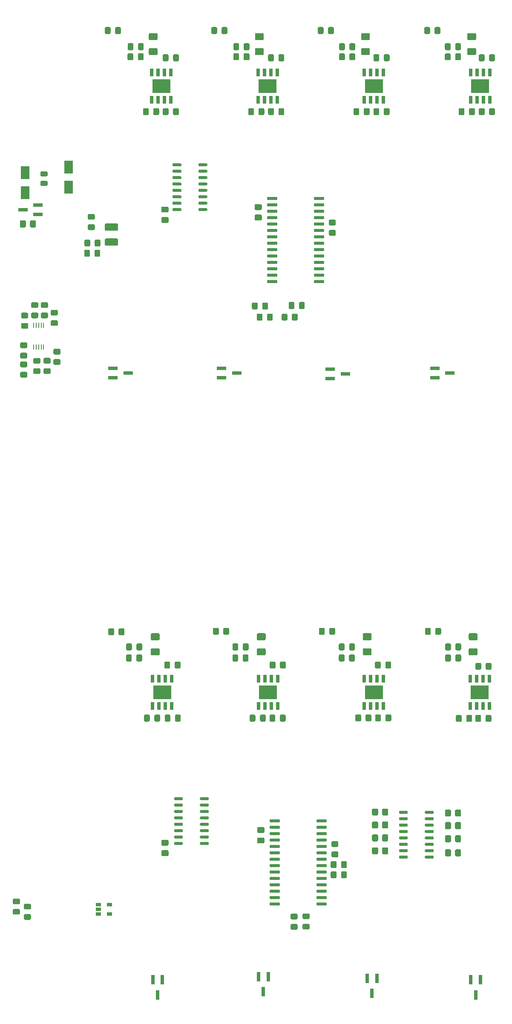
<source format=gbr>
%TF.GenerationSoftware,KiCad,Pcbnew,5.1.8*%
%TF.CreationDate,2020-12-26T20:56:00+01:00*%
%TF.ProjectId,charger2,63686172-6765-4723-922e-6b696361645f,rev?*%
%TF.SameCoordinates,Original*%
%TF.FileFunction,Paste,Top*%
%TF.FilePolarity,Positive*%
%FSLAX46Y46*%
G04 Gerber Fmt 4.6, Leading zero omitted, Abs format (unit mm)*
G04 Created by KiCad (PCBNEW 5.1.8) date 2020-12-26 20:56:00*
%MOMM*%
%LPD*%
G01*
G04 APERTURE LIST*
%ADD10R,1.060000X0.650000*%
%ADD11R,1.800000X2.500000*%
%ADD12R,3.600000X2.700000*%
%ADD13R,0.650000X1.500000*%
%ADD14R,1.900000X0.800000*%
%ADD15R,0.250000X1.100000*%
%ADD16R,0.800000X1.900000*%
G04 APERTURE END LIST*
G36*
G01*
X41161000Y-158557500D02*
X40211000Y-158557500D01*
G75*
G02*
X39961000Y-158307500I0J250000D01*
G01*
X39961000Y-157632500D01*
G75*
G02*
X40211000Y-157382500I250000J0D01*
G01*
X41161000Y-157382500D01*
G75*
G02*
X41411000Y-157632500I0J-250000D01*
G01*
X41411000Y-158307500D01*
G75*
G02*
X41161000Y-158557500I-250000J0D01*
G01*
G37*
G36*
G01*
X41161000Y-160632500D02*
X40211000Y-160632500D01*
G75*
G02*
X39961000Y-160382500I0J250000D01*
G01*
X39961000Y-159707500D01*
G75*
G02*
X40211000Y-159457500I250000J0D01*
G01*
X41161000Y-159457500D01*
G75*
G02*
X41411000Y-159707500I0J-250000D01*
G01*
X41411000Y-160382500D01*
G75*
G02*
X41161000Y-160632500I-250000J0D01*
G01*
G37*
D10*
X10628000Y-172768000D03*
X10628000Y-174668000D03*
X8428000Y-174668000D03*
X8428000Y-173718000D03*
X8428000Y-172768000D03*
G36*
G01*
X21161000Y-161976000D02*
X22111000Y-161976000D01*
G75*
G02*
X22361000Y-162226000I0J-250000D01*
G01*
X22361000Y-162901000D01*
G75*
G02*
X22111000Y-163151000I-250000J0D01*
G01*
X21161000Y-163151000D01*
G75*
G02*
X20911000Y-162901000I0J250000D01*
G01*
X20911000Y-162226000D01*
G75*
G02*
X21161000Y-161976000I250000J0D01*
G01*
G37*
G36*
G01*
X21161000Y-159901000D02*
X22111000Y-159901000D01*
G75*
G02*
X22361000Y-160151000I0J-250000D01*
G01*
X22361000Y-160826000D01*
G75*
G02*
X22111000Y-161076000I-250000J0D01*
G01*
X21161000Y-161076000D01*
G75*
G02*
X20911000Y-160826000I0J250000D01*
G01*
X20911000Y-160151000D01*
G75*
G02*
X21161000Y-159901000I250000J0D01*
G01*
G37*
G36*
G01*
X21161000Y-36224500D02*
X22111000Y-36224500D01*
G75*
G02*
X22361000Y-36474500I0J-250000D01*
G01*
X22361000Y-37149500D01*
G75*
G02*
X22111000Y-37399500I-250000J0D01*
G01*
X21161000Y-37399500D01*
G75*
G02*
X20911000Y-37149500I0J250000D01*
G01*
X20911000Y-36474500D01*
G75*
G02*
X21161000Y-36224500I250000J0D01*
G01*
G37*
G36*
G01*
X21161000Y-34149500D02*
X22111000Y-34149500D01*
G75*
G02*
X22361000Y-34399500I0J-250000D01*
G01*
X22361000Y-35074500D01*
G75*
G02*
X22111000Y-35324500I-250000J0D01*
G01*
X21161000Y-35324500D01*
G75*
G02*
X20911000Y-35074500I0J250000D01*
G01*
X20911000Y-34399500D01*
G75*
G02*
X21161000Y-34149500I250000J0D01*
G01*
G37*
G36*
G01*
X40653000Y-34838000D02*
X39703000Y-34838000D01*
G75*
G02*
X39453000Y-34588000I0J250000D01*
G01*
X39453000Y-33913000D01*
G75*
G02*
X39703000Y-33663000I250000J0D01*
G01*
X40653000Y-33663000D01*
G75*
G02*
X40903000Y-33913000I0J-250000D01*
G01*
X40903000Y-34588000D01*
G75*
G02*
X40653000Y-34838000I-250000J0D01*
G01*
G37*
G36*
G01*
X40653000Y-36913000D02*
X39703000Y-36913000D01*
G75*
G02*
X39453000Y-36663000I0J250000D01*
G01*
X39453000Y-35988000D01*
G75*
G02*
X39703000Y-35738000I250000J0D01*
G01*
X40653000Y-35738000D01*
G75*
G02*
X40903000Y-35988000I0J-250000D01*
G01*
X40903000Y-36663000D01*
G75*
G02*
X40653000Y-36913000I-250000J0D01*
G01*
G37*
G36*
G01*
X73300000Y-154605000D02*
X73300000Y-154305000D01*
G75*
G02*
X73450000Y-154155000I150000J0D01*
G01*
X74900000Y-154155000D01*
G75*
G02*
X75050000Y-154305000I0J-150000D01*
G01*
X75050000Y-154605000D01*
G75*
G02*
X74900000Y-154755000I-150000J0D01*
G01*
X73450000Y-154755000D01*
G75*
G02*
X73300000Y-154605000I0J150000D01*
G01*
G37*
G36*
G01*
X73300000Y-155875000D02*
X73300000Y-155575000D01*
G75*
G02*
X73450000Y-155425000I150000J0D01*
G01*
X74900000Y-155425000D01*
G75*
G02*
X75050000Y-155575000I0J-150000D01*
G01*
X75050000Y-155875000D01*
G75*
G02*
X74900000Y-156025000I-150000J0D01*
G01*
X73450000Y-156025000D01*
G75*
G02*
X73300000Y-155875000I0J150000D01*
G01*
G37*
G36*
G01*
X73300000Y-157145000D02*
X73300000Y-156845000D01*
G75*
G02*
X73450000Y-156695000I150000J0D01*
G01*
X74900000Y-156695000D01*
G75*
G02*
X75050000Y-156845000I0J-150000D01*
G01*
X75050000Y-157145000D01*
G75*
G02*
X74900000Y-157295000I-150000J0D01*
G01*
X73450000Y-157295000D01*
G75*
G02*
X73300000Y-157145000I0J150000D01*
G01*
G37*
G36*
G01*
X73300000Y-158415000D02*
X73300000Y-158115000D01*
G75*
G02*
X73450000Y-157965000I150000J0D01*
G01*
X74900000Y-157965000D01*
G75*
G02*
X75050000Y-158115000I0J-150000D01*
G01*
X75050000Y-158415000D01*
G75*
G02*
X74900000Y-158565000I-150000J0D01*
G01*
X73450000Y-158565000D01*
G75*
G02*
X73300000Y-158415000I0J150000D01*
G01*
G37*
G36*
G01*
X73300000Y-159685000D02*
X73300000Y-159385000D01*
G75*
G02*
X73450000Y-159235000I150000J0D01*
G01*
X74900000Y-159235000D01*
G75*
G02*
X75050000Y-159385000I0J-150000D01*
G01*
X75050000Y-159685000D01*
G75*
G02*
X74900000Y-159835000I-150000J0D01*
G01*
X73450000Y-159835000D01*
G75*
G02*
X73300000Y-159685000I0J150000D01*
G01*
G37*
G36*
G01*
X73300000Y-160955000D02*
X73300000Y-160655000D01*
G75*
G02*
X73450000Y-160505000I150000J0D01*
G01*
X74900000Y-160505000D01*
G75*
G02*
X75050000Y-160655000I0J-150000D01*
G01*
X75050000Y-160955000D01*
G75*
G02*
X74900000Y-161105000I-150000J0D01*
G01*
X73450000Y-161105000D01*
G75*
G02*
X73300000Y-160955000I0J150000D01*
G01*
G37*
G36*
G01*
X73300000Y-162225000D02*
X73300000Y-161925000D01*
G75*
G02*
X73450000Y-161775000I150000J0D01*
G01*
X74900000Y-161775000D01*
G75*
G02*
X75050000Y-161925000I0J-150000D01*
G01*
X75050000Y-162225000D01*
G75*
G02*
X74900000Y-162375000I-150000J0D01*
G01*
X73450000Y-162375000D01*
G75*
G02*
X73300000Y-162225000I0J150000D01*
G01*
G37*
G36*
G01*
X73300000Y-163495000D02*
X73300000Y-163195000D01*
G75*
G02*
X73450000Y-163045000I150000J0D01*
G01*
X74900000Y-163045000D01*
G75*
G02*
X75050000Y-163195000I0J-150000D01*
G01*
X75050000Y-163495000D01*
G75*
G02*
X74900000Y-163645000I-150000J0D01*
G01*
X73450000Y-163645000D01*
G75*
G02*
X73300000Y-163495000I0J150000D01*
G01*
G37*
G36*
G01*
X68150000Y-163495000D02*
X68150000Y-163195000D01*
G75*
G02*
X68300000Y-163045000I150000J0D01*
G01*
X69750000Y-163045000D01*
G75*
G02*
X69900000Y-163195000I0J-150000D01*
G01*
X69900000Y-163495000D01*
G75*
G02*
X69750000Y-163645000I-150000J0D01*
G01*
X68300000Y-163645000D01*
G75*
G02*
X68150000Y-163495000I0J150000D01*
G01*
G37*
G36*
G01*
X68150000Y-162225000D02*
X68150000Y-161925000D01*
G75*
G02*
X68300000Y-161775000I150000J0D01*
G01*
X69750000Y-161775000D01*
G75*
G02*
X69900000Y-161925000I0J-150000D01*
G01*
X69900000Y-162225000D01*
G75*
G02*
X69750000Y-162375000I-150000J0D01*
G01*
X68300000Y-162375000D01*
G75*
G02*
X68150000Y-162225000I0J150000D01*
G01*
G37*
G36*
G01*
X68150000Y-160955000D02*
X68150000Y-160655000D01*
G75*
G02*
X68300000Y-160505000I150000J0D01*
G01*
X69750000Y-160505000D01*
G75*
G02*
X69900000Y-160655000I0J-150000D01*
G01*
X69900000Y-160955000D01*
G75*
G02*
X69750000Y-161105000I-150000J0D01*
G01*
X68300000Y-161105000D01*
G75*
G02*
X68150000Y-160955000I0J150000D01*
G01*
G37*
G36*
G01*
X68150000Y-159685000D02*
X68150000Y-159385000D01*
G75*
G02*
X68300000Y-159235000I150000J0D01*
G01*
X69750000Y-159235000D01*
G75*
G02*
X69900000Y-159385000I0J-150000D01*
G01*
X69900000Y-159685000D01*
G75*
G02*
X69750000Y-159835000I-150000J0D01*
G01*
X68300000Y-159835000D01*
G75*
G02*
X68150000Y-159685000I0J150000D01*
G01*
G37*
G36*
G01*
X68150000Y-158415000D02*
X68150000Y-158115000D01*
G75*
G02*
X68300000Y-157965000I150000J0D01*
G01*
X69750000Y-157965000D01*
G75*
G02*
X69900000Y-158115000I0J-150000D01*
G01*
X69900000Y-158415000D01*
G75*
G02*
X69750000Y-158565000I-150000J0D01*
G01*
X68300000Y-158565000D01*
G75*
G02*
X68150000Y-158415000I0J150000D01*
G01*
G37*
G36*
G01*
X68150000Y-157145000D02*
X68150000Y-156845000D01*
G75*
G02*
X68300000Y-156695000I150000J0D01*
G01*
X69750000Y-156695000D01*
G75*
G02*
X69900000Y-156845000I0J-150000D01*
G01*
X69900000Y-157145000D01*
G75*
G02*
X69750000Y-157295000I-150000J0D01*
G01*
X68300000Y-157295000D01*
G75*
G02*
X68150000Y-157145000I0J150000D01*
G01*
G37*
G36*
G01*
X68150000Y-155875000D02*
X68150000Y-155575000D01*
G75*
G02*
X68300000Y-155425000I150000J0D01*
G01*
X69750000Y-155425000D01*
G75*
G02*
X69900000Y-155575000I0J-150000D01*
G01*
X69900000Y-155875000D01*
G75*
G02*
X69750000Y-156025000I-150000J0D01*
G01*
X68300000Y-156025000D01*
G75*
G02*
X68150000Y-155875000I0J150000D01*
G01*
G37*
G36*
G01*
X68150000Y-154605000D02*
X68150000Y-154305000D01*
G75*
G02*
X68300000Y-154155000I150000J0D01*
G01*
X69750000Y-154155000D01*
G75*
G02*
X69900000Y-154305000I0J-150000D01*
G01*
X69900000Y-154605000D01*
G75*
G02*
X69750000Y-154755000I-150000J0D01*
G01*
X68300000Y-154755000D01*
G75*
G02*
X68150000Y-154605000I0J150000D01*
G01*
G37*
G36*
G01*
X25200000Y-160495000D02*
X25200000Y-160795000D01*
G75*
G02*
X25050000Y-160945000I-150000J0D01*
G01*
X23600000Y-160945000D01*
G75*
G02*
X23450000Y-160795000I0J150000D01*
G01*
X23450000Y-160495000D01*
G75*
G02*
X23600000Y-160345000I150000J0D01*
G01*
X25050000Y-160345000D01*
G75*
G02*
X25200000Y-160495000I0J-150000D01*
G01*
G37*
G36*
G01*
X25200000Y-159225000D02*
X25200000Y-159525000D01*
G75*
G02*
X25050000Y-159675000I-150000J0D01*
G01*
X23600000Y-159675000D01*
G75*
G02*
X23450000Y-159525000I0J150000D01*
G01*
X23450000Y-159225000D01*
G75*
G02*
X23600000Y-159075000I150000J0D01*
G01*
X25050000Y-159075000D01*
G75*
G02*
X25200000Y-159225000I0J-150000D01*
G01*
G37*
G36*
G01*
X25200000Y-157955000D02*
X25200000Y-158255000D01*
G75*
G02*
X25050000Y-158405000I-150000J0D01*
G01*
X23600000Y-158405000D01*
G75*
G02*
X23450000Y-158255000I0J150000D01*
G01*
X23450000Y-157955000D01*
G75*
G02*
X23600000Y-157805000I150000J0D01*
G01*
X25050000Y-157805000D01*
G75*
G02*
X25200000Y-157955000I0J-150000D01*
G01*
G37*
G36*
G01*
X25200000Y-156685000D02*
X25200000Y-156985000D01*
G75*
G02*
X25050000Y-157135000I-150000J0D01*
G01*
X23600000Y-157135000D01*
G75*
G02*
X23450000Y-156985000I0J150000D01*
G01*
X23450000Y-156685000D01*
G75*
G02*
X23600000Y-156535000I150000J0D01*
G01*
X25050000Y-156535000D01*
G75*
G02*
X25200000Y-156685000I0J-150000D01*
G01*
G37*
G36*
G01*
X25200000Y-155415000D02*
X25200000Y-155715000D01*
G75*
G02*
X25050000Y-155865000I-150000J0D01*
G01*
X23600000Y-155865000D01*
G75*
G02*
X23450000Y-155715000I0J150000D01*
G01*
X23450000Y-155415000D01*
G75*
G02*
X23600000Y-155265000I150000J0D01*
G01*
X25050000Y-155265000D01*
G75*
G02*
X25200000Y-155415000I0J-150000D01*
G01*
G37*
G36*
G01*
X25200000Y-154145000D02*
X25200000Y-154445000D01*
G75*
G02*
X25050000Y-154595000I-150000J0D01*
G01*
X23600000Y-154595000D01*
G75*
G02*
X23450000Y-154445000I0J150000D01*
G01*
X23450000Y-154145000D01*
G75*
G02*
X23600000Y-153995000I150000J0D01*
G01*
X25050000Y-153995000D01*
G75*
G02*
X25200000Y-154145000I0J-150000D01*
G01*
G37*
G36*
G01*
X25200000Y-152875000D02*
X25200000Y-153175000D01*
G75*
G02*
X25050000Y-153325000I-150000J0D01*
G01*
X23600000Y-153325000D01*
G75*
G02*
X23450000Y-153175000I0J150000D01*
G01*
X23450000Y-152875000D01*
G75*
G02*
X23600000Y-152725000I150000J0D01*
G01*
X25050000Y-152725000D01*
G75*
G02*
X25200000Y-152875000I0J-150000D01*
G01*
G37*
G36*
G01*
X25200000Y-151605000D02*
X25200000Y-151905000D01*
G75*
G02*
X25050000Y-152055000I-150000J0D01*
G01*
X23600000Y-152055000D01*
G75*
G02*
X23450000Y-151905000I0J150000D01*
G01*
X23450000Y-151605000D01*
G75*
G02*
X23600000Y-151455000I150000J0D01*
G01*
X25050000Y-151455000D01*
G75*
G02*
X25200000Y-151605000I0J-150000D01*
G01*
G37*
G36*
G01*
X30350000Y-151605000D02*
X30350000Y-151905000D01*
G75*
G02*
X30200000Y-152055000I-150000J0D01*
G01*
X28750000Y-152055000D01*
G75*
G02*
X28600000Y-151905000I0J150000D01*
G01*
X28600000Y-151605000D01*
G75*
G02*
X28750000Y-151455000I150000J0D01*
G01*
X30200000Y-151455000D01*
G75*
G02*
X30350000Y-151605000I0J-150000D01*
G01*
G37*
G36*
G01*
X30350000Y-152875000D02*
X30350000Y-153175000D01*
G75*
G02*
X30200000Y-153325000I-150000J0D01*
G01*
X28750000Y-153325000D01*
G75*
G02*
X28600000Y-153175000I0J150000D01*
G01*
X28600000Y-152875000D01*
G75*
G02*
X28750000Y-152725000I150000J0D01*
G01*
X30200000Y-152725000D01*
G75*
G02*
X30350000Y-152875000I0J-150000D01*
G01*
G37*
G36*
G01*
X30350000Y-154145000D02*
X30350000Y-154445000D01*
G75*
G02*
X30200000Y-154595000I-150000J0D01*
G01*
X28750000Y-154595000D01*
G75*
G02*
X28600000Y-154445000I0J150000D01*
G01*
X28600000Y-154145000D01*
G75*
G02*
X28750000Y-153995000I150000J0D01*
G01*
X30200000Y-153995000D01*
G75*
G02*
X30350000Y-154145000I0J-150000D01*
G01*
G37*
G36*
G01*
X30350000Y-155415000D02*
X30350000Y-155715000D01*
G75*
G02*
X30200000Y-155865000I-150000J0D01*
G01*
X28750000Y-155865000D01*
G75*
G02*
X28600000Y-155715000I0J150000D01*
G01*
X28600000Y-155415000D01*
G75*
G02*
X28750000Y-155265000I150000J0D01*
G01*
X30200000Y-155265000D01*
G75*
G02*
X30350000Y-155415000I0J-150000D01*
G01*
G37*
G36*
G01*
X30350000Y-156685000D02*
X30350000Y-156985000D01*
G75*
G02*
X30200000Y-157135000I-150000J0D01*
G01*
X28750000Y-157135000D01*
G75*
G02*
X28600000Y-156985000I0J150000D01*
G01*
X28600000Y-156685000D01*
G75*
G02*
X28750000Y-156535000I150000J0D01*
G01*
X30200000Y-156535000D01*
G75*
G02*
X30350000Y-156685000I0J-150000D01*
G01*
G37*
G36*
G01*
X30350000Y-157955000D02*
X30350000Y-158255000D01*
G75*
G02*
X30200000Y-158405000I-150000J0D01*
G01*
X28750000Y-158405000D01*
G75*
G02*
X28600000Y-158255000I0J150000D01*
G01*
X28600000Y-157955000D01*
G75*
G02*
X28750000Y-157805000I150000J0D01*
G01*
X30200000Y-157805000D01*
G75*
G02*
X30350000Y-157955000I0J-150000D01*
G01*
G37*
G36*
G01*
X30350000Y-159225000D02*
X30350000Y-159525000D01*
G75*
G02*
X30200000Y-159675000I-150000J0D01*
G01*
X28750000Y-159675000D01*
G75*
G02*
X28600000Y-159525000I0J150000D01*
G01*
X28600000Y-159225000D01*
G75*
G02*
X28750000Y-159075000I150000J0D01*
G01*
X30200000Y-159075000D01*
G75*
G02*
X30350000Y-159225000I0J-150000D01*
G01*
G37*
G36*
G01*
X30350000Y-160495000D02*
X30350000Y-160795000D01*
G75*
G02*
X30200000Y-160945000I-150000J0D01*
G01*
X28750000Y-160945000D01*
G75*
G02*
X28600000Y-160795000I0J150000D01*
G01*
X28600000Y-160495000D01*
G75*
G02*
X28750000Y-160345000I150000J0D01*
G01*
X30200000Y-160345000D01*
G75*
G02*
X30350000Y-160495000I0J-150000D01*
G01*
G37*
G36*
G01*
X24900000Y-34595000D02*
X24900000Y-34895000D01*
G75*
G02*
X24750000Y-35045000I-150000J0D01*
G01*
X23300000Y-35045000D01*
G75*
G02*
X23150000Y-34895000I0J150000D01*
G01*
X23150000Y-34595000D01*
G75*
G02*
X23300000Y-34445000I150000J0D01*
G01*
X24750000Y-34445000D01*
G75*
G02*
X24900000Y-34595000I0J-150000D01*
G01*
G37*
G36*
G01*
X24900000Y-33325000D02*
X24900000Y-33625000D01*
G75*
G02*
X24750000Y-33775000I-150000J0D01*
G01*
X23300000Y-33775000D01*
G75*
G02*
X23150000Y-33625000I0J150000D01*
G01*
X23150000Y-33325000D01*
G75*
G02*
X23300000Y-33175000I150000J0D01*
G01*
X24750000Y-33175000D01*
G75*
G02*
X24900000Y-33325000I0J-150000D01*
G01*
G37*
G36*
G01*
X24900000Y-32055000D02*
X24900000Y-32355000D01*
G75*
G02*
X24750000Y-32505000I-150000J0D01*
G01*
X23300000Y-32505000D01*
G75*
G02*
X23150000Y-32355000I0J150000D01*
G01*
X23150000Y-32055000D01*
G75*
G02*
X23300000Y-31905000I150000J0D01*
G01*
X24750000Y-31905000D01*
G75*
G02*
X24900000Y-32055000I0J-150000D01*
G01*
G37*
G36*
G01*
X24900000Y-30785000D02*
X24900000Y-31085000D01*
G75*
G02*
X24750000Y-31235000I-150000J0D01*
G01*
X23300000Y-31235000D01*
G75*
G02*
X23150000Y-31085000I0J150000D01*
G01*
X23150000Y-30785000D01*
G75*
G02*
X23300000Y-30635000I150000J0D01*
G01*
X24750000Y-30635000D01*
G75*
G02*
X24900000Y-30785000I0J-150000D01*
G01*
G37*
G36*
G01*
X24900000Y-29515000D02*
X24900000Y-29815000D01*
G75*
G02*
X24750000Y-29965000I-150000J0D01*
G01*
X23300000Y-29965000D01*
G75*
G02*
X23150000Y-29815000I0J150000D01*
G01*
X23150000Y-29515000D01*
G75*
G02*
X23300000Y-29365000I150000J0D01*
G01*
X24750000Y-29365000D01*
G75*
G02*
X24900000Y-29515000I0J-150000D01*
G01*
G37*
G36*
G01*
X24900000Y-28245000D02*
X24900000Y-28545000D01*
G75*
G02*
X24750000Y-28695000I-150000J0D01*
G01*
X23300000Y-28695000D01*
G75*
G02*
X23150000Y-28545000I0J150000D01*
G01*
X23150000Y-28245000D01*
G75*
G02*
X23300000Y-28095000I150000J0D01*
G01*
X24750000Y-28095000D01*
G75*
G02*
X24900000Y-28245000I0J-150000D01*
G01*
G37*
G36*
G01*
X24900000Y-26975000D02*
X24900000Y-27275000D01*
G75*
G02*
X24750000Y-27425000I-150000J0D01*
G01*
X23300000Y-27425000D01*
G75*
G02*
X23150000Y-27275000I0J150000D01*
G01*
X23150000Y-26975000D01*
G75*
G02*
X23300000Y-26825000I150000J0D01*
G01*
X24750000Y-26825000D01*
G75*
G02*
X24900000Y-26975000I0J-150000D01*
G01*
G37*
G36*
G01*
X24900000Y-25705000D02*
X24900000Y-26005000D01*
G75*
G02*
X24750000Y-26155000I-150000J0D01*
G01*
X23300000Y-26155000D01*
G75*
G02*
X23150000Y-26005000I0J150000D01*
G01*
X23150000Y-25705000D01*
G75*
G02*
X23300000Y-25555000I150000J0D01*
G01*
X24750000Y-25555000D01*
G75*
G02*
X24900000Y-25705000I0J-150000D01*
G01*
G37*
G36*
G01*
X30050000Y-25705000D02*
X30050000Y-26005000D01*
G75*
G02*
X29900000Y-26155000I-150000J0D01*
G01*
X28450000Y-26155000D01*
G75*
G02*
X28300000Y-26005000I0J150000D01*
G01*
X28300000Y-25705000D01*
G75*
G02*
X28450000Y-25555000I150000J0D01*
G01*
X29900000Y-25555000D01*
G75*
G02*
X30050000Y-25705000I0J-150000D01*
G01*
G37*
G36*
G01*
X30050000Y-26975000D02*
X30050000Y-27275000D01*
G75*
G02*
X29900000Y-27425000I-150000J0D01*
G01*
X28450000Y-27425000D01*
G75*
G02*
X28300000Y-27275000I0J150000D01*
G01*
X28300000Y-26975000D01*
G75*
G02*
X28450000Y-26825000I150000J0D01*
G01*
X29900000Y-26825000D01*
G75*
G02*
X30050000Y-26975000I0J-150000D01*
G01*
G37*
G36*
G01*
X30050000Y-28245000D02*
X30050000Y-28545000D01*
G75*
G02*
X29900000Y-28695000I-150000J0D01*
G01*
X28450000Y-28695000D01*
G75*
G02*
X28300000Y-28545000I0J150000D01*
G01*
X28300000Y-28245000D01*
G75*
G02*
X28450000Y-28095000I150000J0D01*
G01*
X29900000Y-28095000D01*
G75*
G02*
X30050000Y-28245000I0J-150000D01*
G01*
G37*
G36*
G01*
X30050000Y-29515000D02*
X30050000Y-29815000D01*
G75*
G02*
X29900000Y-29965000I-150000J0D01*
G01*
X28450000Y-29965000D01*
G75*
G02*
X28300000Y-29815000I0J150000D01*
G01*
X28300000Y-29515000D01*
G75*
G02*
X28450000Y-29365000I150000J0D01*
G01*
X29900000Y-29365000D01*
G75*
G02*
X30050000Y-29515000I0J-150000D01*
G01*
G37*
G36*
G01*
X30050000Y-30785000D02*
X30050000Y-31085000D01*
G75*
G02*
X29900000Y-31235000I-150000J0D01*
G01*
X28450000Y-31235000D01*
G75*
G02*
X28300000Y-31085000I0J150000D01*
G01*
X28300000Y-30785000D01*
G75*
G02*
X28450000Y-30635000I150000J0D01*
G01*
X29900000Y-30635000D01*
G75*
G02*
X30050000Y-30785000I0J-150000D01*
G01*
G37*
G36*
G01*
X30050000Y-32055000D02*
X30050000Y-32355000D01*
G75*
G02*
X29900000Y-32505000I-150000J0D01*
G01*
X28450000Y-32505000D01*
G75*
G02*
X28300000Y-32355000I0J150000D01*
G01*
X28300000Y-32055000D01*
G75*
G02*
X28450000Y-31905000I150000J0D01*
G01*
X29900000Y-31905000D01*
G75*
G02*
X30050000Y-32055000I0J-150000D01*
G01*
G37*
G36*
G01*
X30050000Y-33325000D02*
X30050000Y-33625000D01*
G75*
G02*
X29900000Y-33775000I-150000J0D01*
G01*
X28450000Y-33775000D01*
G75*
G02*
X28300000Y-33625000I0J150000D01*
G01*
X28300000Y-33325000D01*
G75*
G02*
X28450000Y-33175000I150000J0D01*
G01*
X29900000Y-33175000D01*
G75*
G02*
X30050000Y-33325000I0J-150000D01*
G01*
G37*
G36*
G01*
X30050000Y-34595000D02*
X30050000Y-34895000D01*
G75*
G02*
X29900000Y-35045000I-150000J0D01*
G01*
X28450000Y-35045000D01*
G75*
G02*
X28300000Y-34895000I0J150000D01*
G01*
X28300000Y-34595000D01*
G75*
G02*
X28450000Y-34445000I150000J0D01*
G01*
X29900000Y-34445000D01*
G75*
G02*
X30050000Y-34595000I0J-150000D01*
G01*
G37*
D11*
X-6150000Y-27400000D03*
X-6150000Y-31400000D03*
G36*
G01*
X-2875000Y-27150000D02*
X-1925000Y-27150000D01*
G75*
G02*
X-1675000Y-27400000I0J-250000D01*
G01*
X-1675000Y-27900000D01*
G75*
G02*
X-1925000Y-28150000I-250000J0D01*
G01*
X-2875000Y-28150000D01*
G75*
G02*
X-3125000Y-27900000I0J250000D01*
G01*
X-3125000Y-27400000D01*
G75*
G02*
X-2875000Y-27150000I250000J0D01*
G01*
G37*
G36*
G01*
X-2875000Y-29050000D02*
X-1925000Y-29050000D01*
G75*
G02*
X-1675000Y-29300000I0J-250000D01*
G01*
X-1675000Y-29800000D01*
G75*
G02*
X-1925000Y-30050000I-250000J0D01*
G01*
X-2875000Y-30050000D01*
G75*
G02*
X-3125000Y-29800000I0J250000D01*
G01*
X-3125000Y-29300000D01*
G75*
G02*
X-2875000Y-29050000I250000J0D01*
G01*
G37*
G36*
G01*
X38241666Y-123349999D02*
X38241666Y-124250001D01*
G75*
G02*
X37991667Y-124500000I-249999J0D01*
G01*
X37341665Y-124500000D01*
G75*
G02*
X37091666Y-124250001I0J249999D01*
G01*
X37091666Y-123349999D01*
G75*
G02*
X37341665Y-123100000I249999J0D01*
G01*
X37991667Y-123100000D01*
G75*
G02*
X38241666Y-123349999I0J-249999D01*
G01*
G37*
G36*
G01*
X36191666Y-123349999D02*
X36191666Y-124250001D01*
G75*
G02*
X35941667Y-124500000I-249999J0D01*
G01*
X35291665Y-124500000D01*
G75*
G02*
X35041666Y-124250001I0J249999D01*
G01*
X35041666Y-123349999D01*
G75*
G02*
X35291665Y-123100000I249999J0D01*
G01*
X35941667Y-123100000D01*
G75*
G02*
X36191666Y-123349999I0J-249999D01*
G01*
G37*
G36*
G01*
X-5200000Y-38050001D02*
X-5200000Y-37149999D01*
G75*
G02*
X-4950001Y-36900000I249999J0D01*
G01*
X-4249999Y-36900000D01*
G75*
G02*
X-4000000Y-37149999I0J-249999D01*
G01*
X-4000000Y-38050001D01*
G75*
G02*
X-4249999Y-38300000I-249999J0D01*
G01*
X-4950001Y-38300000D01*
G75*
G02*
X-5200000Y-38050001I0J249999D01*
G01*
G37*
G36*
G01*
X-7200000Y-38050001D02*
X-7200000Y-37149999D01*
G75*
G02*
X-6950001Y-36900000I249999J0D01*
G01*
X-6249999Y-36900000D01*
G75*
G02*
X-6000000Y-37149999I0J-249999D01*
G01*
X-6000000Y-38050001D01*
G75*
G02*
X-6249999Y-38300000I-249999J0D01*
G01*
X-6950001Y-38300000D01*
G75*
G02*
X-7200000Y-38050001I0J249999D01*
G01*
G37*
G36*
G01*
X64800000Y-162550001D02*
X64800000Y-161649999D01*
G75*
G02*
X65049999Y-161400000I249999J0D01*
G01*
X65750001Y-161400000D01*
G75*
G02*
X66000000Y-161649999I0J-249999D01*
G01*
X66000000Y-162550001D01*
G75*
G02*
X65750001Y-162800000I-249999J0D01*
G01*
X65049999Y-162800000D01*
G75*
G02*
X64800000Y-162550001I0J249999D01*
G01*
G37*
G36*
G01*
X62800000Y-162550001D02*
X62800000Y-161649999D01*
G75*
G02*
X63049999Y-161400000I249999J0D01*
G01*
X63750001Y-161400000D01*
G75*
G02*
X64000000Y-161649999I0J-249999D01*
G01*
X64000000Y-162550001D01*
G75*
G02*
X63750001Y-162800000I-249999J0D01*
G01*
X63049999Y-162800000D01*
G75*
G02*
X62800000Y-162550001I0J249999D01*
G01*
G37*
G36*
G01*
X64800000Y-154850001D02*
X64800000Y-153949999D01*
G75*
G02*
X65049999Y-153700000I249999J0D01*
G01*
X65750001Y-153700000D01*
G75*
G02*
X66000000Y-153949999I0J-249999D01*
G01*
X66000000Y-154850001D01*
G75*
G02*
X65750001Y-155100000I-249999J0D01*
G01*
X65049999Y-155100000D01*
G75*
G02*
X64800000Y-154850001I0J249999D01*
G01*
G37*
G36*
G01*
X62800000Y-154850001D02*
X62800000Y-153949999D01*
G75*
G02*
X63049999Y-153700000I249999J0D01*
G01*
X63750001Y-153700000D01*
G75*
G02*
X64000000Y-153949999I0J-249999D01*
G01*
X64000000Y-154850001D01*
G75*
G02*
X63750001Y-155100000I-249999J0D01*
G01*
X63049999Y-155100000D01*
G75*
G02*
X62800000Y-154850001I0J249999D01*
G01*
G37*
G36*
G01*
X64800000Y-157416667D02*
X64800000Y-156516665D01*
G75*
G02*
X65049999Y-156266666I249999J0D01*
G01*
X65750001Y-156266666D01*
G75*
G02*
X66000000Y-156516665I0J-249999D01*
G01*
X66000000Y-157416667D01*
G75*
G02*
X65750001Y-157666666I-249999J0D01*
G01*
X65049999Y-157666666D01*
G75*
G02*
X64800000Y-157416667I0J249999D01*
G01*
G37*
G36*
G01*
X62800000Y-157416667D02*
X62800000Y-156516665D01*
G75*
G02*
X63049999Y-156266666I249999J0D01*
G01*
X63750001Y-156266666D01*
G75*
G02*
X64000000Y-156516665I0J-249999D01*
G01*
X64000000Y-157416667D01*
G75*
G02*
X63750001Y-157666666I-249999J0D01*
G01*
X63049999Y-157666666D01*
G75*
G02*
X62800000Y-157416667I0J249999D01*
G01*
G37*
G36*
G01*
X64800000Y-159983333D02*
X64800000Y-159083331D01*
G75*
G02*
X65049999Y-158833332I249999J0D01*
G01*
X65750001Y-158833332D01*
G75*
G02*
X66000000Y-159083331I0J-249999D01*
G01*
X66000000Y-159983333D01*
G75*
G02*
X65750001Y-160233332I-249999J0D01*
G01*
X65049999Y-160233332D01*
G75*
G02*
X64800000Y-159983333I0J249999D01*
G01*
G37*
G36*
G01*
X62800000Y-159983333D02*
X62800000Y-159083331D01*
G75*
G02*
X63049999Y-158833332I249999J0D01*
G01*
X63750001Y-158833332D01*
G75*
G02*
X64000000Y-159083331I0J-249999D01*
G01*
X64000000Y-159983333D01*
G75*
G02*
X63750001Y-160233332I-249999J0D01*
G01*
X63049999Y-160233332D01*
G75*
G02*
X62800000Y-159983333I0J249999D01*
G01*
G37*
G36*
G01*
X78500000Y-156649999D02*
X78500000Y-157550001D01*
G75*
G02*
X78250001Y-157800000I-249999J0D01*
G01*
X77549999Y-157800000D01*
G75*
G02*
X77300000Y-157550001I0J249999D01*
G01*
X77300000Y-156649999D01*
G75*
G02*
X77549999Y-156400000I249999J0D01*
G01*
X78250001Y-156400000D01*
G75*
G02*
X78500000Y-156649999I0J-249999D01*
G01*
G37*
G36*
G01*
X80500000Y-156649999D02*
X80500000Y-157550001D01*
G75*
G02*
X80250001Y-157800000I-249999J0D01*
G01*
X79549999Y-157800000D01*
G75*
G02*
X79300000Y-157550001I0J249999D01*
G01*
X79300000Y-156649999D01*
G75*
G02*
X79549999Y-156400000I249999J0D01*
G01*
X80250001Y-156400000D01*
G75*
G02*
X80500000Y-156649999I0J-249999D01*
G01*
G37*
G36*
G01*
X78500000Y-159249999D02*
X78500000Y-160150001D01*
G75*
G02*
X78250001Y-160400000I-249999J0D01*
G01*
X77549999Y-160400000D01*
G75*
G02*
X77300000Y-160150001I0J249999D01*
G01*
X77300000Y-159249999D01*
G75*
G02*
X77549999Y-159000000I249999J0D01*
G01*
X78250001Y-159000000D01*
G75*
G02*
X78500000Y-159249999I0J-249999D01*
G01*
G37*
G36*
G01*
X80500000Y-159249999D02*
X80500000Y-160150001D01*
G75*
G02*
X80250001Y-160400000I-249999J0D01*
G01*
X79549999Y-160400000D01*
G75*
G02*
X79300000Y-160150001I0J249999D01*
G01*
X79300000Y-159249999D01*
G75*
G02*
X79549999Y-159000000I249999J0D01*
G01*
X80250001Y-159000000D01*
G75*
G02*
X80500000Y-159249999I0J-249999D01*
G01*
G37*
G36*
G01*
X78500000Y-154149999D02*
X78500000Y-155050001D01*
G75*
G02*
X78250001Y-155300000I-249999J0D01*
G01*
X77549999Y-155300000D01*
G75*
G02*
X77300000Y-155050001I0J249999D01*
G01*
X77300000Y-154149999D01*
G75*
G02*
X77549999Y-153900000I249999J0D01*
G01*
X78250001Y-153900000D01*
G75*
G02*
X78500000Y-154149999I0J-249999D01*
G01*
G37*
G36*
G01*
X80500000Y-154149999D02*
X80500000Y-155050001D01*
G75*
G02*
X80250001Y-155300000I-249999J0D01*
G01*
X79549999Y-155300000D01*
G75*
G02*
X79300000Y-155050001I0J249999D01*
G01*
X79300000Y-154149999D01*
G75*
G02*
X79549999Y-153900000I249999J0D01*
G01*
X80250001Y-153900000D01*
G75*
G02*
X80500000Y-154149999I0J-249999D01*
G01*
G37*
G36*
G01*
X78500000Y-162049999D02*
X78500000Y-162950001D01*
G75*
G02*
X78250001Y-163200000I-249999J0D01*
G01*
X77549999Y-163200000D01*
G75*
G02*
X77300000Y-162950001I0J249999D01*
G01*
X77300000Y-162049999D01*
G75*
G02*
X77549999Y-161800000I249999J0D01*
G01*
X78250001Y-161800000D01*
G75*
G02*
X78500000Y-162049999I0J-249999D01*
G01*
G37*
G36*
G01*
X80500000Y-162049999D02*
X80500000Y-162950001D01*
G75*
G02*
X80250001Y-163200000I-249999J0D01*
G01*
X79549999Y-163200000D01*
G75*
G02*
X79300000Y-162950001I0J249999D01*
G01*
X79300000Y-162049999D01*
G75*
G02*
X79549999Y-161800000I249999J0D01*
G01*
X80250001Y-161800000D01*
G75*
G02*
X80500000Y-162049999I0J-249999D01*
G01*
G37*
D12*
X84300000Y-10200000D03*
D13*
X82395000Y-7500000D03*
X83665000Y-7500000D03*
X84935000Y-7500000D03*
X86205000Y-7500000D03*
X86205000Y-12900000D03*
X84935000Y-12900000D03*
X83665000Y-12900000D03*
X82395000Y-12900000D03*
D12*
X21100000Y-130600000D03*
D13*
X19195000Y-127900000D03*
X20465000Y-127900000D03*
X21735000Y-127900000D03*
X23005000Y-127900000D03*
X23005000Y-133300000D03*
X21735000Y-133300000D03*
X20465000Y-133300000D03*
X19195000Y-133300000D03*
D12*
X42133333Y-130600000D03*
D13*
X40228333Y-127900000D03*
X41498333Y-127900000D03*
X42768333Y-127900000D03*
X44038333Y-127900000D03*
X44038333Y-133300000D03*
X42768333Y-133300000D03*
X41498333Y-133300000D03*
X40228333Y-133300000D03*
D12*
X63166666Y-130600000D03*
D13*
X61261666Y-127900000D03*
X62531666Y-127900000D03*
X63801666Y-127900000D03*
X65071666Y-127900000D03*
X65071666Y-133300000D03*
X63801666Y-133300000D03*
X62531666Y-133300000D03*
X61261666Y-133300000D03*
D12*
X84200000Y-130600000D03*
D13*
X82295000Y-127900000D03*
X83565000Y-127900000D03*
X84835000Y-127900000D03*
X86105000Y-127900000D03*
X86105000Y-133300000D03*
X84835000Y-133300000D03*
X83565000Y-133300000D03*
X82295000Y-133300000D03*
G36*
G01*
X44475000Y-172505000D02*
X44475000Y-172805000D01*
G75*
G02*
X44325000Y-172955000I-150000J0D01*
G01*
X42575000Y-172955000D01*
G75*
G02*
X42425000Y-172805000I0J150000D01*
G01*
X42425000Y-172505000D01*
G75*
G02*
X42575000Y-172355000I150000J0D01*
G01*
X44325000Y-172355000D01*
G75*
G02*
X44475000Y-172505000I0J-150000D01*
G01*
G37*
G36*
G01*
X44475000Y-171235000D02*
X44475000Y-171535000D01*
G75*
G02*
X44325000Y-171685000I-150000J0D01*
G01*
X42575000Y-171685000D01*
G75*
G02*
X42425000Y-171535000I0J150000D01*
G01*
X42425000Y-171235000D01*
G75*
G02*
X42575000Y-171085000I150000J0D01*
G01*
X44325000Y-171085000D01*
G75*
G02*
X44475000Y-171235000I0J-150000D01*
G01*
G37*
G36*
G01*
X44475000Y-169965000D02*
X44475000Y-170265000D01*
G75*
G02*
X44325000Y-170415000I-150000J0D01*
G01*
X42575000Y-170415000D01*
G75*
G02*
X42425000Y-170265000I0J150000D01*
G01*
X42425000Y-169965000D01*
G75*
G02*
X42575000Y-169815000I150000J0D01*
G01*
X44325000Y-169815000D01*
G75*
G02*
X44475000Y-169965000I0J-150000D01*
G01*
G37*
G36*
G01*
X44475000Y-168695000D02*
X44475000Y-168995000D01*
G75*
G02*
X44325000Y-169145000I-150000J0D01*
G01*
X42575000Y-169145000D01*
G75*
G02*
X42425000Y-168995000I0J150000D01*
G01*
X42425000Y-168695000D01*
G75*
G02*
X42575000Y-168545000I150000J0D01*
G01*
X44325000Y-168545000D01*
G75*
G02*
X44475000Y-168695000I0J-150000D01*
G01*
G37*
G36*
G01*
X44475000Y-167425000D02*
X44475000Y-167725000D01*
G75*
G02*
X44325000Y-167875000I-150000J0D01*
G01*
X42575000Y-167875000D01*
G75*
G02*
X42425000Y-167725000I0J150000D01*
G01*
X42425000Y-167425000D01*
G75*
G02*
X42575000Y-167275000I150000J0D01*
G01*
X44325000Y-167275000D01*
G75*
G02*
X44475000Y-167425000I0J-150000D01*
G01*
G37*
G36*
G01*
X44475000Y-166155000D02*
X44475000Y-166455000D01*
G75*
G02*
X44325000Y-166605000I-150000J0D01*
G01*
X42575000Y-166605000D01*
G75*
G02*
X42425000Y-166455000I0J150000D01*
G01*
X42425000Y-166155000D01*
G75*
G02*
X42575000Y-166005000I150000J0D01*
G01*
X44325000Y-166005000D01*
G75*
G02*
X44475000Y-166155000I0J-150000D01*
G01*
G37*
G36*
G01*
X44475000Y-164885000D02*
X44475000Y-165185000D01*
G75*
G02*
X44325000Y-165335000I-150000J0D01*
G01*
X42575000Y-165335000D01*
G75*
G02*
X42425000Y-165185000I0J150000D01*
G01*
X42425000Y-164885000D01*
G75*
G02*
X42575000Y-164735000I150000J0D01*
G01*
X44325000Y-164735000D01*
G75*
G02*
X44475000Y-164885000I0J-150000D01*
G01*
G37*
G36*
G01*
X44475000Y-163615000D02*
X44475000Y-163915000D01*
G75*
G02*
X44325000Y-164065000I-150000J0D01*
G01*
X42575000Y-164065000D01*
G75*
G02*
X42425000Y-163915000I0J150000D01*
G01*
X42425000Y-163615000D01*
G75*
G02*
X42575000Y-163465000I150000J0D01*
G01*
X44325000Y-163465000D01*
G75*
G02*
X44475000Y-163615000I0J-150000D01*
G01*
G37*
G36*
G01*
X44475000Y-162345000D02*
X44475000Y-162645000D01*
G75*
G02*
X44325000Y-162795000I-150000J0D01*
G01*
X42575000Y-162795000D01*
G75*
G02*
X42425000Y-162645000I0J150000D01*
G01*
X42425000Y-162345000D01*
G75*
G02*
X42575000Y-162195000I150000J0D01*
G01*
X44325000Y-162195000D01*
G75*
G02*
X44475000Y-162345000I0J-150000D01*
G01*
G37*
G36*
G01*
X44475000Y-161075000D02*
X44475000Y-161375000D01*
G75*
G02*
X44325000Y-161525000I-150000J0D01*
G01*
X42575000Y-161525000D01*
G75*
G02*
X42425000Y-161375000I0J150000D01*
G01*
X42425000Y-161075000D01*
G75*
G02*
X42575000Y-160925000I150000J0D01*
G01*
X44325000Y-160925000D01*
G75*
G02*
X44475000Y-161075000I0J-150000D01*
G01*
G37*
G36*
G01*
X44475000Y-159805000D02*
X44475000Y-160105000D01*
G75*
G02*
X44325000Y-160255000I-150000J0D01*
G01*
X42575000Y-160255000D01*
G75*
G02*
X42425000Y-160105000I0J150000D01*
G01*
X42425000Y-159805000D01*
G75*
G02*
X42575000Y-159655000I150000J0D01*
G01*
X44325000Y-159655000D01*
G75*
G02*
X44475000Y-159805000I0J-150000D01*
G01*
G37*
G36*
G01*
X44475000Y-158535000D02*
X44475000Y-158835000D01*
G75*
G02*
X44325000Y-158985000I-150000J0D01*
G01*
X42575000Y-158985000D01*
G75*
G02*
X42425000Y-158835000I0J150000D01*
G01*
X42425000Y-158535000D01*
G75*
G02*
X42575000Y-158385000I150000J0D01*
G01*
X44325000Y-158385000D01*
G75*
G02*
X44475000Y-158535000I0J-150000D01*
G01*
G37*
G36*
G01*
X44475000Y-157265000D02*
X44475000Y-157565000D01*
G75*
G02*
X44325000Y-157715000I-150000J0D01*
G01*
X42575000Y-157715000D01*
G75*
G02*
X42425000Y-157565000I0J150000D01*
G01*
X42425000Y-157265000D01*
G75*
G02*
X42575000Y-157115000I150000J0D01*
G01*
X44325000Y-157115000D01*
G75*
G02*
X44475000Y-157265000I0J-150000D01*
G01*
G37*
G36*
G01*
X44475000Y-155995000D02*
X44475000Y-156295000D01*
G75*
G02*
X44325000Y-156445000I-150000J0D01*
G01*
X42575000Y-156445000D01*
G75*
G02*
X42425000Y-156295000I0J150000D01*
G01*
X42425000Y-155995000D01*
G75*
G02*
X42575000Y-155845000I150000J0D01*
G01*
X44325000Y-155845000D01*
G75*
G02*
X44475000Y-155995000I0J-150000D01*
G01*
G37*
G36*
G01*
X53775000Y-155995000D02*
X53775000Y-156295000D01*
G75*
G02*
X53625000Y-156445000I-150000J0D01*
G01*
X51875000Y-156445000D01*
G75*
G02*
X51725000Y-156295000I0J150000D01*
G01*
X51725000Y-155995000D01*
G75*
G02*
X51875000Y-155845000I150000J0D01*
G01*
X53625000Y-155845000D01*
G75*
G02*
X53775000Y-155995000I0J-150000D01*
G01*
G37*
G36*
G01*
X53775000Y-157265000D02*
X53775000Y-157565000D01*
G75*
G02*
X53625000Y-157715000I-150000J0D01*
G01*
X51875000Y-157715000D01*
G75*
G02*
X51725000Y-157565000I0J150000D01*
G01*
X51725000Y-157265000D01*
G75*
G02*
X51875000Y-157115000I150000J0D01*
G01*
X53625000Y-157115000D01*
G75*
G02*
X53775000Y-157265000I0J-150000D01*
G01*
G37*
G36*
G01*
X53775000Y-158535000D02*
X53775000Y-158835000D01*
G75*
G02*
X53625000Y-158985000I-150000J0D01*
G01*
X51875000Y-158985000D01*
G75*
G02*
X51725000Y-158835000I0J150000D01*
G01*
X51725000Y-158535000D01*
G75*
G02*
X51875000Y-158385000I150000J0D01*
G01*
X53625000Y-158385000D01*
G75*
G02*
X53775000Y-158535000I0J-150000D01*
G01*
G37*
G36*
G01*
X53775000Y-159805000D02*
X53775000Y-160105000D01*
G75*
G02*
X53625000Y-160255000I-150000J0D01*
G01*
X51875000Y-160255000D01*
G75*
G02*
X51725000Y-160105000I0J150000D01*
G01*
X51725000Y-159805000D01*
G75*
G02*
X51875000Y-159655000I150000J0D01*
G01*
X53625000Y-159655000D01*
G75*
G02*
X53775000Y-159805000I0J-150000D01*
G01*
G37*
G36*
G01*
X53775000Y-161075000D02*
X53775000Y-161375000D01*
G75*
G02*
X53625000Y-161525000I-150000J0D01*
G01*
X51875000Y-161525000D01*
G75*
G02*
X51725000Y-161375000I0J150000D01*
G01*
X51725000Y-161075000D01*
G75*
G02*
X51875000Y-160925000I150000J0D01*
G01*
X53625000Y-160925000D01*
G75*
G02*
X53775000Y-161075000I0J-150000D01*
G01*
G37*
G36*
G01*
X53775000Y-162345000D02*
X53775000Y-162645000D01*
G75*
G02*
X53625000Y-162795000I-150000J0D01*
G01*
X51875000Y-162795000D01*
G75*
G02*
X51725000Y-162645000I0J150000D01*
G01*
X51725000Y-162345000D01*
G75*
G02*
X51875000Y-162195000I150000J0D01*
G01*
X53625000Y-162195000D01*
G75*
G02*
X53775000Y-162345000I0J-150000D01*
G01*
G37*
G36*
G01*
X53775000Y-163615000D02*
X53775000Y-163915000D01*
G75*
G02*
X53625000Y-164065000I-150000J0D01*
G01*
X51875000Y-164065000D01*
G75*
G02*
X51725000Y-163915000I0J150000D01*
G01*
X51725000Y-163615000D01*
G75*
G02*
X51875000Y-163465000I150000J0D01*
G01*
X53625000Y-163465000D01*
G75*
G02*
X53775000Y-163615000I0J-150000D01*
G01*
G37*
G36*
G01*
X53775000Y-164885000D02*
X53775000Y-165185000D01*
G75*
G02*
X53625000Y-165335000I-150000J0D01*
G01*
X51875000Y-165335000D01*
G75*
G02*
X51725000Y-165185000I0J150000D01*
G01*
X51725000Y-164885000D01*
G75*
G02*
X51875000Y-164735000I150000J0D01*
G01*
X53625000Y-164735000D01*
G75*
G02*
X53775000Y-164885000I0J-150000D01*
G01*
G37*
G36*
G01*
X53775000Y-166155000D02*
X53775000Y-166455000D01*
G75*
G02*
X53625000Y-166605000I-150000J0D01*
G01*
X51875000Y-166605000D01*
G75*
G02*
X51725000Y-166455000I0J150000D01*
G01*
X51725000Y-166155000D01*
G75*
G02*
X51875000Y-166005000I150000J0D01*
G01*
X53625000Y-166005000D01*
G75*
G02*
X53775000Y-166155000I0J-150000D01*
G01*
G37*
G36*
G01*
X53775000Y-167425000D02*
X53775000Y-167725000D01*
G75*
G02*
X53625000Y-167875000I-150000J0D01*
G01*
X51875000Y-167875000D01*
G75*
G02*
X51725000Y-167725000I0J150000D01*
G01*
X51725000Y-167425000D01*
G75*
G02*
X51875000Y-167275000I150000J0D01*
G01*
X53625000Y-167275000D01*
G75*
G02*
X53775000Y-167425000I0J-150000D01*
G01*
G37*
G36*
G01*
X53775000Y-168695000D02*
X53775000Y-168995000D01*
G75*
G02*
X53625000Y-169145000I-150000J0D01*
G01*
X51875000Y-169145000D01*
G75*
G02*
X51725000Y-168995000I0J150000D01*
G01*
X51725000Y-168695000D01*
G75*
G02*
X51875000Y-168545000I150000J0D01*
G01*
X53625000Y-168545000D01*
G75*
G02*
X53775000Y-168695000I0J-150000D01*
G01*
G37*
G36*
G01*
X53775000Y-169965000D02*
X53775000Y-170265000D01*
G75*
G02*
X53625000Y-170415000I-150000J0D01*
G01*
X51875000Y-170415000D01*
G75*
G02*
X51725000Y-170265000I0J150000D01*
G01*
X51725000Y-169965000D01*
G75*
G02*
X51875000Y-169815000I150000J0D01*
G01*
X53625000Y-169815000D01*
G75*
G02*
X53775000Y-169965000I0J-150000D01*
G01*
G37*
G36*
G01*
X53775000Y-171235000D02*
X53775000Y-171535000D01*
G75*
G02*
X53625000Y-171685000I-150000J0D01*
G01*
X51875000Y-171685000D01*
G75*
G02*
X51725000Y-171535000I0J150000D01*
G01*
X51725000Y-171235000D01*
G75*
G02*
X51875000Y-171085000I150000J0D01*
G01*
X53625000Y-171085000D01*
G75*
G02*
X53775000Y-171235000I0J-150000D01*
G01*
G37*
G36*
G01*
X53775000Y-172505000D02*
X53775000Y-172805000D01*
G75*
G02*
X53625000Y-172955000I-150000J0D01*
G01*
X51875000Y-172955000D01*
G75*
G02*
X51725000Y-172805000I0J150000D01*
G01*
X51725000Y-172505000D01*
G75*
G02*
X51875000Y-172355000I150000J0D01*
G01*
X53625000Y-172355000D01*
G75*
G02*
X53775000Y-172505000I0J-150000D01*
G01*
G37*
D12*
X20900000Y-10200000D03*
D13*
X18995000Y-7500000D03*
X20265000Y-7500000D03*
X21535000Y-7500000D03*
X22805000Y-7500000D03*
X22805000Y-12900000D03*
X21535000Y-12900000D03*
X20265000Y-12900000D03*
X18995000Y-12900000D03*
D12*
X42033333Y-10200000D03*
D13*
X40128333Y-7500000D03*
X41398333Y-7500000D03*
X42668333Y-7500000D03*
X43938333Y-7500000D03*
X43938333Y-12900000D03*
X42668333Y-12900000D03*
X41398333Y-12900000D03*
X40128333Y-12900000D03*
D12*
X63166666Y-10200000D03*
D13*
X61261666Y-7500000D03*
X62531666Y-7500000D03*
X63801666Y-7500000D03*
X65071666Y-7500000D03*
X65071666Y-12900000D03*
X63801666Y-12900000D03*
X62531666Y-12900000D03*
X61261666Y-12900000D03*
G36*
G01*
X43975000Y-48905000D02*
X43975000Y-49205000D01*
G75*
G02*
X43825000Y-49355000I-150000J0D01*
G01*
X42075000Y-49355000D01*
G75*
G02*
X41925000Y-49205000I0J150000D01*
G01*
X41925000Y-48905000D01*
G75*
G02*
X42075000Y-48755000I150000J0D01*
G01*
X43825000Y-48755000D01*
G75*
G02*
X43975000Y-48905000I0J-150000D01*
G01*
G37*
G36*
G01*
X43975000Y-47635000D02*
X43975000Y-47935000D01*
G75*
G02*
X43825000Y-48085000I-150000J0D01*
G01*
X42075000Y-48085000D01*
G75*
G02*
X41925000Y-47935000I0J150000D01*
G01*
X41925000Y-47635000D01*
G75*
G02*
X42075000Y-47485000I150000J0D01*
G01*
X43825000Y-47485000D01*
G75*
G02*
X43975000Y-47635000I0J-150000D01*
G01*
G37*
G36*
G01*
X43975000Y-46365000D02*
X43975000Y-46665000D01*
G75*
G02*
X43825000Y-46815000I-150000J0D01*
G01*
X42075000Y-46815000D01*
G75*
G02*
X41925000Y-46665000I0J150000D01*
G01*
X41925000Y-46365000D01*
G75*
G02*
X42075000Y-46215000I150000J0D01*
G01*
X43825000Y-46215000D01*
G75*
G02*
X43975000Y-46365000I0J-150000D01*
G01*
G37*
G36*
G01*
X43975000Y-45095000D02*
X43975000Y-45395000D01*
G75*
G02*
X43825000Y-45545000I-150000J0D01*
G01*
X42075000Y-45545000D01*
G75*
G02*
X41925000Y-45395000I0J150000D01*
G01*
X41925000Y-45095000D01*
G75*
G02*
X42075000Y-44945000I150000J0D01*
G01*
X43825000Y-44945000D01*
G75*
G02*
X43975000Y-45095000I0J-150000D01*
G01*
G37*
G36*
G01*
X43975000Y-43825000D02*
X43975000Y-44125000D01*
G75*
G02*
X43825000Y-44275000I-150000J0D01*
G01*
X42075000Y-44275000D01*
G75*
G02*
X41925000Y-44125000I0J150000D01*
G01*
X41925000Y-43825000D01*
G75*
G02*
X42075000Y-43675000I150000J0D01*
G01*
X43825000Y-43675000D01*
G75*
G02*
X43975000Y-43825000I0J-150000D01*
G01*
G37*
G36*
G01*
X43975000Y-42555000D02*
X43975000Y-42855000D01*
G75*
G02*
X43825000Y-43005000I-150000J0D01*
G01*
X42075000Y-43005000D01*
G75*
G02*
X41925000Y-42855000I0J150000D01*
G01*
X41925000Y-42555000D01*
G75*
G02*
X42075000Y-42405000I150000J0D01*
G01*
X43825000Y-42405000D01*
G75*
G02*
X43975000Y-42555000I0J-150000D01*
G01*
G37*
G36*
G01*
X43975000Y-41285000D02*
X43975000Y-41585000D01*
G75*
G02*
X43825000Y-41735000I-150000J0D01*
G01*
X42075000Y-41735000D01*
G75*
G02*
X41925000Y-41585000I0J150000D01*
G01*
X41925000Y-41285000D01*
G75*
G02*
X42075000Y-41135000I150000J0D01*
G01*
X43825000Y-41135000D01*
G75*
G02*
X43975000Y-41285000I0J-150000D01*
G01*
G37*
G36*
G01*
X43975000Y-40015000D02*
X43975000Y-40315000D01*
G75*
G02*
X43825000Y-40465000I-150000J0D01*
G01*
X42075000Y-40465000D01*
G75*
G02*
X41925000Y-40315000I0J150000D01*
G01*
X41925000Y-40015000D01*
G75*
G02*
X42075000Y-39865000I150000J0D01*
G01*
X43825000Y-39865000D01*
G75*
G02*
X43975000Y-40015000I0J-150000D01*
G01*
G37*
G36*
G01*
X43975000Y-38745000D02*
X43975000Y-39045000D01*
G75*
G02*
X43825000Y-39195000I-150000J0D01*
G01*
X42075000Y-39195000D01*
G75*
G02*
X41925000Y-39045000I0J150000D01*
G01*
X41925000Y-38745000D01*
G75*
G02*
X42075000Y-38595000I150000J0D01*
G01*
X43825000Y-38595000D01*
G75*
G02*
X43975000Y-38745000I0J-150000D01*
G01*
G37*
G36*
G01*
X43975000Y-37475000D02*
X43975000Y-37775000D01*
G75*
G02*
X43825000Y-37925000I-150000J0D01*
G01*
X42075000Y-37925000D01*
G75*
G02*
X41925000Y-37775000I0J150000D01*
G01*
X41925000Y-37475000D01*
G75*
G02*
X42075000Y-37325000I150000J0D01*
G01*
X43825000Y-37325000D01*
G75*
G02*
X43975000Y-37475000I0J-150000D01*
G01*
G37*
G36*
G01*
X43975000Y-36205000D02*
X43975000Y-36505000D01*
G75*
G02*
X43825000Y-36655000I-150000J0D01*
G01*
X42075000Y-36655000D01*
G75*
G02*
X41925000Y-36505000I0J150000D01*
G01*
X41925000Y-36205000D01*
G75*
G02*
X42075000Y-36055000I150000J0D01*
G01*
X43825000Y-36055000D01*
G75*
G02*
X43975000Y-36205000I0J-150000D01*
G01*
G37*
G36*
G01*
X43975000Y-34935000D02*
X43975000Y-35235000D01*
G75*
G02*
X43825000Y-35385000I-150000J0D01*
G01*
X42075000Y-35385000D01*
G75*
G02*
X41925000Y-35235000I0J150000D01*
G01*
X41925000Y-34935000D01*
G75*
G02*
X42075000Y-34785000I150000J0D01*
G01*
X43825000Y-34785000D01*
G75*
G02*
X43975000Y-34935000I0J-150000D01*
G01*
G37*
G36*
G01*
X43975000Y-33665000D02*
X43975000Y-33965000D01*
G75*
G02*
X43825000Y-34115000I-150000J0D01*
G01*
X42075000Y-34115000D01*
G75*
G02*
X41925000Y-33965000I0J150000D01*
G01*
X41925000Y-33665000D01*
G75*
G02*
X42075000Y-33515000I150000J0D01*
G01*
X43825000Y-33515000D01*
G75*
G02*
X43975000Y-33665000I0J-150000D01*
G01*
G37*
G36*
G01*
X43975000Y-32395000D02*
X43975000Y-32695000D01*
G75*
G02*
X43825000Y-32845000I-150000J0D01*
G01*
X42075000Y-32845000D01*
G75*
G02*
X41925000Y-32695000I0J150000D01*
G01*
X41925000Y-32395000D01*
G75*
G02*
X42075000Y-32245000I150000J0D01*
G01*
X43825000Y-32245000D01*
G75*
G02*
X43975000Y-32395000I0J-150000D01*
G01*
G37*
G36*
G01*
X53275000Y-32395000D02*
X53275000Y-32695000D01*
G75*
G02*
X53125000Y-32845000I-150000J0D01*
G01*
X51375000Y-32845000D01*
G75*
G02*
X51225000Y-32695000I0J150000D01*
G01*
X51225000Y-32395000D01*
G75*
G02*
X51375000Y-32245000I150000J0D01*
G01*
X53125000Y-32245000D01*
G75*
G02*
X53275000Y-32395000I0J-150000D01*
G01*
G37*
G36*
G01*
X53275000Y-33665000D02*
X53275000Y-33965000D01*
G75*
G02*
X53125000Y-34115000I-150000J0D01*
G01*
X51375000Y-34115000D01*
G75*
G02*
X51225000Y-33965000I0J150000D01*
G01*
X51225000Y-33665000D01*
G75*
G02*
X51375000Y-33515000I150000J0D01*
G01*
X53125000Y-33515000D01*
G75*
G02*
X53275000Y-33665000I0J-150000D01*
G01*
G37*
G36*
G01*
X53275000Y-34935000D02*
X53275000Y-35235000D01*
G75*
G02*
X53125000Y-35385000I-150000J0D01*
G01*
X51375000Y-35385000D01*
G75*
G02*
X51225000Y-35235000I0J150000D01*
G01*
X51225000Y-34935000D01*
G75*
G02*
X51375000Y-34785000I150000J0D01*
G01*
X53125000Y-34785000D01*
G75*
G02*
X53275000Y-34935000I0J-150000D01*
G01*
G37*
G36*
G01*
X53275000Y-36205000D02*
X53275000Y-36505000D01*
G75*
G02*
X53125000Y-36655000I-150000J0D01*
G01*
X51375000Y-36655000D01*
G75*
G02*
X51225000Y-36505000I0J150000D01*
G01*
X51225000Y-36205000D01*
G75*
G02*
X51375000Y-36055000I150000J0D01*
G01*
X53125000Y-36055000D01*
G75*
G02*
X53275000Y-36205000I0J-150000D01*
G01*
G37*
G36*
G01*
X53275000Y-37475000D02*
X53275000Y-37775000D01*
G75*
G02*
X53125000Y-37925000I-150000J0D01*
G01*
X51375000Y-37925000D01*
G75*
G02*
X51225000Y-37775000I0J150000D01*
G01*
X51225000Y-37475000D01*
G75*
G02*
X51375000Y-37325000I150000J0D01*
G01*
X53125000Y-37325000D01*
G75*
G02*
X53275000Y-37475000I0J-150000D01*
G01*
G37*
G36*
G01*
X53275000Y-38745000D02*
X53275000Y-39045000D01*
G75*
G02*
X53125000Y-39195000I-150000J0D01*
G01*
X51375000Y-39195000D01*
G75*
G02*
X51225000Y-39045000I0J150000D01*
G01*
X51225000Y-38745000D01*
G75*
G02*
X51375000Y-38595000I150000J0D01*
G01*
X53125000Y-38595000D01*
G75*
G02*
X53275000Y-38745000I0J-150000D01*
G01*
G37*
G36*
G01*
X53275000Y-40015000D02*
X53275000Y-40315000D01*
G75*
G02*
X53125000Y-40465000I-150000J0D01*
G01*
X51375000Y-40465000D01*
G75*
G02*
X51225000Y-40315000I0J150000D01*
G01*
X51225000Y-40015000D01*
G75*
G02*
X51375000Y-39865000I150000J0D01*
G01*
X53125000Y-39865000D01*
G75*
G02*
X53275000Y-40015000I0J-150000D01*
G01*
G37*
G36*
G01*
X53275000Y-41285000D02*
X53275000Y-41585000D01*
G75*
G02*
X53125000Y-41735000I-150000J0D01*
G01*
X51375000Y-41735000D01*
G75*
G02*
X51225000Y-41585000I0J150000D01*
G01*
X51225000Y-41285000D01*
G75*
G02*
X51375000Y-41135000I150000J0D01*
G01*
X53125000Y-41135000D01*
G75*
G02*
X53275000Y-41285000I0J-150000D01*
G01*
G37*
G36*
G01*
X53275000Y-42555000D02*
X53275000Y-42855000D01*
G75*
G02*
X53125000Y-43005000I-150000J0D01*
G01*
X51375000Y-43005000D01*
G75*
G02*
X51225000Y-42855000I0J150000D01*
G01*
X51225000Y-42555000D01*
G75*
G02*
X51375000Y-42405000I150000J0D01*
G01*
X53125000Y-42405000D01*
G75*
G02*
X53275000Y-42555000I0J-150000D01*
G01*
G37*
G36*
G01*
X53275000Y-43825000D02*
X53275000Y-44125000D01*
G75*
G02*
X53125000Y-44275000I-150000J0D01*
G01*
X51375000Y-44275000D01*
G75*
G02*
X51225000Y-44125000I0J150000D01*
G01*
X51225000Y-43825000D01*
G75*
G02*
X51375000Y-43675000I150000J0D01*
G01*
X53125000Y-43675000D01*
G75*
G02*
X53275000Y-43825000I0J-150000D01*
G01*
G37*
G36*
G01*
X53275000Y-45095000D02*
X53275000Y-45395000D01*
G75*
G02*
X53125000Y-45545000I-150000J0D01*
G01*
X51375000Y-45545000D01*
G75*
G02*
X51225000Y-45395000I0J150000D01*
G01*
X51225000Y-45095000D01*
G75*
G02*
X51375000Y-44945000I150000J0D01*
G01*
X53125000Y-44945000D01*
G75*
G02*
X53275000Y-45095000I0J-150000D01*
G01*
G37*
G36*
G01*
X53275000Y-46365000D02*
X53275000Y-46665000D01*
G75*
G02*
X53125000Y-46815000I-150000J0D01*
G01*
X51375000Y-46815000D01*
G75*
G02*
X51225000Y-46665000I0J150000D01*
G01*
X51225000Y-46365000D01*
G75*
G02*
X51375000Y-46215000I150000J0D01*
G01*
X53125000Y-46215000D01*
G75*
G02*
X53275000Y-46365000I0J-150000D01*
G01*
G37*
G36*
G01*
X53275000Y-47635000D02*
X53275000Y-47935000D01*
G75*
G02*
X53125000Y-48085000I-150000J0D01*
G01*
X51375000Y-48085000D01*
G75*
G02*
X51225000Y-47935000I0J150000D01*
G01*
X51225000Y-47635000D01*
G75*
G02*
X51375000Y-47485000I150000J0D01*
G01*
X53125000Y-47485000D01*
G75*
G02*
X53275000Y-47635000I0J-150000D01*
G01*
G37*
G36*
G01*
X53275000Y-48905000D02*
X53275000Y-49205000D01*
G75*
G02*
X53125000Y-49355000I-150000J0D01*
G01*
X51375000Y-49355000D01*
G75*
G02*
X51225000Y-49205000I0J150000D01*
G01*
X51225000Y-48905000D01*
G75*
G02*
X51375000Y-48755000I150000J0D01*
G01*
X53125000Y-48755000D01*
G75*
G02*
X53275000Y-48905000I0J-150000D01*
G01*
G37*
D14*
X-6600000Y-34800000D03*
X-3600000Y-33850000D03*
X-3600000Y-35750000D03*
D11*
X2500000Y-30300000D03*
X2500000Y-26300000D03*
G36*
G01*
X55868001Y-161339000D02*
X54967999Y-161339000D01*
G75*
G02*
X54718000Y-161089001I0J249999D01*
G01*
X54718000Y-160438999D01*
G75*
G02*
X54967999Y-160189000I249999J0D01*
G01*
X55868001Y-160189000D01*
G75*
G02*
X56118000Y-160438999I0J-249999D01*
G01*
X56118000Y-161089001D01*
G75*
G02*
X55868001Y-161339000I-249999J0D01*
G01*
G37*
G36*
G01*
X55868001Y-163389000D02*
X54967999Y-163389000D01*
G75*
G02*
X54718000Y-163139001I0J249999D01*
G01*
X54718000Y-162488999D01*
G75*
G02*
X54967999Y-162239000I249999J0D01*
G01*
X55868001Y-162239000D01*
G75*
G02*
X56118000Y-162488999I0J-249999D01*
G01*
X56118000Y-163139001D01*
G75*
G02*
X55868001Y-163389000I-249999J0D01*
G01*
G37*
G36*
G01*
X55360001Y-37895000D02*
X54459999Y-37895000D01*
G75*
G02*
X54210000Y-37645001I0J249999D01*
G01*
X54210000Y-36994999D01*
G75*
G02*
X54459999Y-36745000I249999J0D01*
G01*
X55360001Y-36745000D01*
G75*
G02*
X55610000Y-36994999I0J-249999D01*
G01*
X55610000Y-37645001D01*
G75*
G02*
X55360001Y-37895000I-249999J0D01*
G01*
G37*
G36*
G01*
X55360001Y-39945000D02*
X54459999Y-39945000D01*
G75*
G02*
X54210000Y-39695001I0J249999D01*
G01*
X54210000Y-39044999D01*
G75*
G02*
X54459999Y-38795000I249999J0D01*
G01*
X55360001Y-38795000D01*
G75*
G02*
X55610000Y-39044999I0J-249999D01*
G01*
X55610000Y-39695001D01*
G75*
G02*
X55360001Y-39945000I-249999J0D01*
G01*
G37*
G36*
G01*
X12075000Y-38937500D02*
X9925000Y-38937500D01*
G75*
G02*
X9675000Y-38687500I0J250000D01*
G01*
X9675000Y-37762500D01*
G75*
G02*
X9925000Y-37512500I250000J0D01*
G01*
X12075000Y-37512500D01*
G75*
G02*
X12325000Y-37762500I0J-250000D01*
G01*
X12325000Y-38687500D01*
G75*
G02*
X12075000Y-38937500I-250000J0D01*
G01*
G37*
G36*
G01*
X12075000Y-41912500D02*
X9925000Y-41912500D01*
G75*
G02*
X9675000Y-41662500I0J250000D01*
G01*
X9675000Y-40737500D01*
G75*
G02*
X9925000Y-40487500I250000J0D01*
G01*
X12075000Y-40487500D01*
G75*
G02*
X12325000Y-40737500I0J-250000D01*
G01*
X12325000Y-41662500D01*
G75*
G02*
X12075000Y-41912500I-250000J0D01*
G01*
G37*
G36*
G01*
X7675000Y-41850001D02*
X7675000Y-40949999D01*
G75*
G02*
X7924999Y-40700000I249999J0D01*
G01*
X8575001Y-40700000D01*
G75*
G02*
X8825000Y-40949999I0J-249999D01*
G01*
X8825000Y-41850001D01*
G75*
G02*
X8575001Y-42100000I-249999J0D01*
G01*
X7924999Y-42100000D01*
G75*
G02*
X7675000Y-41850001I0J249999D01*
G01*
G37*
G36*
G01*
X5625000Y-41850001D02*
X5625000Y-40949999D01*
G75*
G02*
X5874999Y-40700000I249999J0D01*
G01*
X6525001Y-40700000D01*
G75*
G02*
X6775000Y-40949999I0J-249999D01*
G01*
X6775000Y-41850001D01*
G75*
G02*
X6525001Y-42100000I-249999J0D01*
G01*
X5874999Y-42100000D01*
G75*
G02*
X5625000Y-41850001I0J249999D01*
G01*
G37*
G36*
G01*
X7625000Y-43850001D02*
X7625000Y-42949999D01*
G75*
G02*
X7874999Y-42700000I249999J0D01*
G01*
X8525001Y-42700000D01*
G75*
G02*
X8775000Y-42949999I0J-249999D01*
G01*
X8775000Y-43850001D01*
G75*
G02*
X8525001Y-44100000I-249999J0D01*
G01*
X7874999Y-44100000D01*
G75*
G02*
X7625000Y-43850001I0J249999D01*
G01*
G37*
G36*
G01*
X5575000Y-43850001D02*
X5575000Y-42949999D01*
G75*
G02*
X5824999Y-42700000I249999J0D01*
G01*
X6475001Y-42700000D01*
G75*
G02*
X6725000Y-42949999I0J-249999D01*
G01*
X6725000Y-43850001D01*
G75*
G02*
X6475001Y-44100000I-249999J0D01*
G01*
X5824999Y-44100000D01*
G75*
G02*
X5575000Y-43850001I0J249999D01*
G01*
G37*
G36*
G01*
X7450001Y-36763000D02*
X6549999Y-36763000D01*
G75*
G02*
X6300000Y-36513001I0J249999D01*
G01*
X6300000Y-35862999D01*
G75*
G02*
X6549999Y-35613000I249999J0D01*
G01*
X7450001Y-35613000D01*
G75*
G02*
X7700000Y-35862999I0J-249999D01*
G01*
X7700000Y-36513001D01*
G75*
G02*
X7450001Y-36763000I-249999J0D01*
G01*
G37*
G36*
G01*
X7450001Y-38813000D02*
X6549999Y-38813000D01*
G75*
G02*
X6300000Y-38563001I0J249999D01*
G01*
X6300000Y-37912999D01*
G75*
G02*
X6549999Y-37663000I249999J0D01*
G01*
X7450001Y-37663000D01*
G75*
G02*
X7700000Y-37912999I0J-249999D01*
G01*
X7700000Y-38563001D01*
G75*
G02*
X7450001Y-38813000I-249999J0D01*
G01*
G37*
G36*
G01*
X19075000Y-118887500D02*
X20325000Y-118887500D01*
G75*
G02*
X20575000Y-119137500I0J-250000D01*
G01*
X20575000Y-120062500D01*
G75*
G02*
X20325000Y-120312500I-250000J0D01*
G01*
X19075000Y-120312500D01*
G75*
G02*
X18825000Y-120062500I0J250000D01*
G01*
X18825000Y-119137500D01*
G75*
G02*
X19075000Y-118887500I250000J0D01*
G01*
G37*
G36*
G01*
X19075000Y-121862500D02*
X20325000Y-121862500D01*
G75*
G02*
X20575000Y-122112500I0J-250000D01*
G01*
X20575000Y-123037500D01*
G75*
G02*
X20325000Y-123287500I-250000J0D01*
G01*
X19075000Y-123287500D01*
G75*
G02*
X18825000Y-123037500I0J250000D01*
G01*
X18825000Y-122112500D01*
G75*
G02*
X19075000Y-121862500I250000J0D01*
G01*
G37*
G36*
G01*
X40141666Y-118887500D02*
X41391666Y-118887500D01*
G75*
G02*
X41641666Y-119137500I0J-250000D01*
G01*
X41641666Y-120062500D01*
G75*
G02*
X41391666Y-120312500I-250000J0D01*
G01*
X40141666Y-120312500D01*
G75*
G02*
X39891666Y-120062500I0J250000D01*
G01*
X39891666Y-119137500D01*
G75*
G02*
X40141666Y-118887500I250000J0D01*
G01*
G37*
G36*
G01*
X40141666Y-121862500D02*
X41391666Y-121862500D01*
G75*
G02*
X41641666Y-122112500I0J-250000D01*
G01*
X41641666Y-123037500D01*
G75*
G02*
X41391666Y-123287500I-250000J0D01*
G01*
X40141666Y-123287500D01*
G75*
G02*
X39891666Y-123037500I0J250000D01*
G01*
X39891666Y-122112500D01*
G75*
G02*
X40141666Y-121862500I250000J0D01*
G01*
G37*
G36*
G01*
X61208332Y-118887500D02*
X62458332Y-118887500D01*
G75*
G02*
X62708332Y-119137500I0J-250000D01*
G01*
X62708332Y-120062500D01*
G75*
G02*
X62458332Y-120312500I-250000J0D01*
G01*
X61208332Y-120312500D01*
G75*
G02*
X60958332Y-120062500I0J250000D01*
G01*
X60958332Y-119137500D01*
G75*
G02*
X61208332Y-118887500I250000J0D01*
G01*
G37*
G36*
G01*
X61208332Y-121862500D02*
X62458332Y-121862500D01*
G75*
G02*
X62708332Y-122112500I0J-250000D01*
G01*
X62708332Y-123037500D01*
G75*
G02*
X62458332Y-123287500I-250000J0D01*
G01*
X61208332Y-123287500D01*
G75*
G02*
X60958332Y-123037500I0J250000D01*
G01*
X60958332Y-122112500D01*
G75*
G02*
X61208332Y-121862500I250000J0D01*
G01*
G37*
G36*
G01*
X82275000Y-118887500D02*
X83525000Y-118887500D01*
G75*
G02*
X83775000Y-119137500I0J-250000D01*
G01*
X83775000Y-120062500D01*
G75*
G02*
X83525000Y-120312500I-250000J0D01*
G01*
X82275000Y-120312500D01*
G75*
G02*
X82025000Y-120062500I0J250000D01*
G01*
X82025000Y-119137500D01*
G75*
G02*
X82275000Y-118887500I250000J0D01*
G01*
G37*
G36*
G01*
X82275000Y-121862500D02*
X83525000Y-121862500D01*
G75*
G02*
X83775000Y-122112500I0J-250000D01*
G01*
X83775000Y-123037500D01*
G75*
G02*
X83525000Y-123287500I-250000J0D01*
G01*
X82275000Y-123287500D01*
G75*
G02*
X82025000Y-123037500I0J250000D01*
G01*
X82025000Y-122112500D01*
G75*
G02*
X82275000Y-121862500I250000J0D01*
G01*
G37*
G36*
G01*
X18675000Y312500D02*
X19925000Y312500D01*
G75*
G02*
X20175000Y62500I0J-250000D01*
G01*
X20175000Y-862500D01*
G75*
G02*
X19925000Y-1112500I-250000J0D01*
G01*
X18675000Y-1112500D01*
G75*
G02*
X18425000Y-862500I0J250000D01*
G01*
X18425000Y62500D01*
G75*
G02*
X18675000Y312500I250000J0D01*
G01*
G37*
G36*
G01*
X18675000Y-2662500D02*
X19925000Y-2662500D01*
G75*
G02*
X20175000Y-2912500I0J-250000D01*
G01*
X20175000Y-3837500D01*
G75*
G02*
X19925000Y-4087500I-250000J0D01*
G01*
X18675000Y-4087500D01*
G75*
G02*
X18425000Y-3837500I0J250000D01*
G01*
X18425000Y-2912500D01*
G75*
G02*
X18675000Y-2662500I250000J0D01*
G01*
G37*
G36*
G01*
X39775000Y312500D02*
X41025000Y312500D01*
G75*
G02*
X41275000Y62500I0J-250000D01*
G01*
X41275000Y-862500D01*
G75*
G02*
X41025000Y-1112500I-250000J0D01*
G01*
X39775000Y-1112500D01*
G75*
G02*
X39525000Y-862500I0J250000D01*
G01*
X39525000Y62500D01*
G75*
G02*
X39775000Y312500I250000J0D01*
G01*
G37*
G36*
G01*
X39775000Y-2662500D02*
X41025000Y-2662500D01*
G75*
G02*
X41275000Y-2912500I0J-250000D01*
G01*
X41275000Y-3837500D01*
G75*
G02*
X41025000Y-4087500I-250000J0D01*
G01*
X39775000Y-4087500D01*
G75*
G02*
X39525000Y-3837500I0J250000D01*
G01*
X39525000Y-2912500D01*
G75*
G02*
X39775000Y-2662500I250000J0D01*
G01*
G37*
G36*
G01*
X60875000Y312500D02*
X62125000Y312500D01*
G75*
G02*
X62375000Y62500I0J-250000D01*
G01*
X62375000Y-862500D01*
G75*
G02*
X62125000Y-1112500I-250000J0D01*
G01*
X60875000Y-1112500D01*
G75*
G02*
X60625000Y-862500I0J250000D01*
G01*
X60625000Y62500D01*
G75*
G02*
X60875000Y312500I250000J0D01*
G01*
G37*
G36*
G01*
X60875000Y-2662500D02*
X62125000Y-2662500D01*
G75*
G02*
X62375000Y-2912500I0J-250000D01*
G01*
X62375000Y-3837500D01*
G75*
G02*
X62125000Y-4087500I-250000J0D01*
G01*
X60875000Y-4087500D01*
G75*
G02*
X60625000Y-3837500I0J250000D01*
G01*
X60625000Y-2912500D01*
G75*
G02*
X60875000Y-2662500I250000J0D01*
G01*
G37*
G36*
G01*
X81975000Y312500D02*
X83225000Y312500D01*
G75*
G02*
X83475000Y62500I0J-250000D01*
G01*
X83475000Y-862500D01*
G75*
G02*
X83225000Y-1112500I-250000J0D01*
G01*
X81975000Y-1112500D01*
G75*
G02*
X81725000Y-862500I0J250000D01*
G01*
X81725000Y62500D01*
G75*
G02*
X81975000Y312500I250000J0D01*
G01*
G37*
G36*
G01*
X81975000Y-2662500D02*
X83225000Y-2662500D01*
G75*
G02*
X83475000Y-2912500I0J-250000D01*
G01*
X83475000Y-3837500D01*
G75*
G02*
X83225000Y-4087500I-250000J0D01*
G01*
X81975000Y-4087500D01*
G75*
G02*
X81725000Y-3837500I0J250000D01*
G01*
X81725000Y-2912500D01*
G75*
G02*
X81975000Y-2662500I250000J0D01*
G01*
G37*
D15*
X-2471000Y-62060300D03*
X-2971000Y-62060300D03*
X-3471000Y-62060300D03*
X-3971000Y-62060300D03*
X-4471000Y-62060300D03*
X-4471000Y-57760300D03*
X-3971000Y-57760300D03*
X-3471000Y-57760300D03*
X-2971000Y-57760300D03*
X-2471000Y-57760300D03*
G36*
G01*
X-2250001Y-66250000D02*
X-1349999Y-66250000D01*
G75*
G02*
X-1100000Y-66499999I0J-249999D01*
G01*
X-1100000Y-67150001D01*
G75*
G02*
X-1349999Y-67400000I-249999J0D01*
G01*
X-2250001Y-67400000D01*
G75*
G02*
X-2500000Y-67150001I0J249999D01*
G01*
X-2500000Y-66499999D01*
G75*
G02*
X-2250001Y-66250000I249999J0D01*
G01*
G37*
G36*
G01*
X-2250001Y-64200000D02*
X-1349999Y-64200000D01*
G75*
G02*
X-1100000Y-64449999I0J-249999D01*
G01*
X-1100000Y-65100001D01*
G75*
G02*
X-1349999Y-65350000I-249999J0D01*
G01*
X-2250001Y-65350000D01*
G75*
G02*
X-2500000Y-65100001I0J249999D01*
G01*
X-2500000Y-64449999D01*
G75*
G02*
X-2250001Y-64200000I249999J0D01*
G01*
G37*
G36*
G01*
X-4280001Y-66255000D02*
X-3379999Y-66255000D01*
G75*
G02*
X-3130000Y-66504999I0J-249999D01*
G01*
X-3130000Y-67155001D01*
G75*
G02*
X-3379999Y-67405000I-249999J0D01*
G01*
X-4280001Y-67405000D01*
G75*
G02*
X-4530000Y-67155001I0J249999D01*
G01*
X-4530000Y-66504999D01*
G75*
G02*
X-4280001Y-66255000I249999J0D01*
G01*
G37*
G36*
G01*
X-4280001Y-64205000D02*
X-3379999Y-64205000D01*
G75*
G02*
X-3130000Y-64454999I0J-249999D01*
G01*
X-3130000Y-65105001D01*
G75*
G02*
X-3379999Y-65355000I-249999J0D01*
G01*
X-4280001Y-65355000D01*
G75*
G02*
X-4530000Y-65105001I0J249999D01*
G01*
X-4530000Y-64454999D01*
G75*
G02*
X-4280001Y-64205000I249999J0D01*
G01*
G37*
G36*
G01*
X-3795699Y-54295100D02*
X-4695701Y-54295100D01*
G75*
G02*
X-4945700Y-54045101I0J249999D01*
G01*
X-4945700Y-53395099D01*
G75*
G02*
X-4695701Y-53145100I249999J0D01*
G01*
X-3795699Y-53145100D01*
G75*
G02*
X-3545700Y-53395099I0J-249999D01*
G01*
X-3545700Y-54045101D01*
G75*
G02*
X-3795699Y-54295100I-249999J0D01*
G01*
G37*
G36*
G01*
X-3795699Y-56345100D02*
X-4695701Y-56345100D01*
G75*
G02*
X-4945700Y-56095101I0J249999D01*
G01*
X-4945700Y-55445099D01*
G75*
G02*
X-4695701Y-55195100I249999J0D01*
G01*
X-3795699Y-55195100D01*
G75*
G02*
X-3545700Y-55445099I0J-249999D01*
G01*
X-3545700Y-56095101D01*
G75*
G02*
X-3795699Y-56345100I-249999J0D01*
G01*
G37*
G36*
G01*
X-1865299Y-54291400D02*
X-2765301Y-54291400D01*
G75*
G02*
X-3015300Y-54041401I0J249999D01*
G01*
X-3015300Y-53391399D01*
G75*
G02*
X-2765301Y-53141400I249999J0D01*
G01*
X-1865299Y-53141400D01*
G75*
G02*
X-1615300Y-53391399I0J-249999D01*
G01*
X-1615300Y-54041401D01*
G75*
G02*
X-1865299Y-54291400I-249999J0D01*
G01*
G37*
G36*
G01*
X-1865299Y-56341400D02*
X-2765301Y-56341400D01*
G75*
G02*
X-3015300Y-56091401I0J249999D01*
G01*
X-3015300Y-55441399D01*
G75*
G02*
X-2765301Y-55191400I249999J0D01*
G01*
X-1865299Y-55191400D01*
G75*
G02*
X-1615300Y-55441399I0J-249999D01*
G01*
X-1615300Y-56091401D01*
G75*
G02*
X-1865299Y-56341400I-249999J0D01*
G01*
G37*
G36*
G01*
X-6150001Y-174650000D02*
X-5249999Y-174650000D01*
G75*
G02*
X-5000000Y-174899999I0J-249999D01*
G01*
X-5000000Y-175550001D01*
G75*
G02*
X-5249999Y-175800000I-249999J0D01*
G01*
X-6150001Y-175800000D01*
G75*
G02*
X-6400000Y-175550001I0J249999D01*
G01*
X-6400000Y-174899999D01*
G75*
G02*
X-6150001Y-174650000I249999J0D01*
G01*
G37*
G36*
G01*
X-6150001Y-172600000D02*
X-5249999Y-172600000D01*
G75*
G02*
X-5000000Y-172849999I0J-249999D01*
G01*
X-5000000Y-173500001D01*
G75*
G02*
X-5249999Y-173750000I-249999J0D01*
G01*
X-6150001Y-173750000D01*
G75*
G02*
X-6400000Y-173500001I0J249999D01*
G01*
X-6400000Y-172849999D01*
G75*
G02*
X-6150001Y-172600000I249999J0D01*
G01*
G37*
G36*
G01*
X-8350001Y-173625000D02*
X-7449999Y-173625000D01*
G75*
G02*
X-7200000Y-173874999I0J-249999D01*
G01*
X-7200000Y-174525001D01*
G75*
G02*
X-7449999Y-174775000I-249999J0D01*
G01*
X-8350001Y-174775000D01*
G75*
G02*
X-8600000Y-174525001I0J249999D01*
G01*
X-8600000Y-173874999D01*
G75*
G02*
X-8350001Y-173625000I249999J0D01*
G01*
G37*
G36*
G01*
X-8350001Y-171575000D02*
X-7449999Y-171575000D01*
G75*
G02*
X-7200000Y-171824999I0J-249999D01*
G01*
X-7200000Y-172475001D01*
G75*
G02*
X-7449999Y-172725000I-249999J0D01*
G01*
X-8350001Y-172725000D01*
G75*
G02*
X-8600000Y-172475001I0J249999D01*
G01*
X-8600000Y-171824999D01*
G75*
G02*
X-8350001Y-171575000I249999J0D01*
G01*
G37*
G36*
G01*
X15975000Y-122050001D02*
X15975000Y-121149999D01*
G75*
G02*
X16224999Y-120900000I249999J0D01*
G01*
X16875001Y-120900000D01*
G75*
G02*
X17125000Y-121149999I0J-249999D01*
G01*
X17125000Y-122050001D01*
G75*
G02*
X16875001Y-122300000I-249999J0D01*
G01*
X16224999Y-122300000D01*
G75*
G02*
X15975000Y-122050001I0J249999D01*
G01*
G37*
G36*
G01*
X13925000Y-122050001D02*
X13925000Y-121149999D01*
G75*
G02*
X14174999Y-120900000I249999J0D01*
G01*
X14825001Y-120900000D01*
G75*
G02*
X15075000Y-121149999I0J-249999D01*
G01*
X15075000Y-122050001D01*
G75*
G02*
X14825001Y-122300000I-249999J0D01*
G01*
X14174999Y-122300000D01*
G75*
G02*
X13925000Y-122050001I0J249999D01*
G01*
G37*
G36*
G01*
X11525000Y-118149999D02*
X11525000Y-119050001D01*
G75*
G02*
X11275001Y-119300000I-249999J0D01*
G01*
X10624999Y-119300000D01*
G75*
G02*
X10375000Y-119050001I0J249999D01*
G01*
X10375000Y-118149999D01*
G75*
G02*
X10624999Y-117900000I249999J0D01*
G01*
X11275001Y-117900000D01*
G75*
G02*
X11525000Y-118149999I0J-249999D01*
G01*
G37*
G36*
G01*
X13575000Y-118149999D02*
X13575000Y-119050001D01*
G75*
G02*
X13325001Y-119300000I-249999J0D01*
G01*
X12674999Y-119300000D01*
G75*
G02*
X12425000Y-119050001I0J249999D01*
G01*
X12425000Y-118149999D01*
G75*
G02*
X12674999Y-117900000I249999J0D01*
G01*
X13325001Y-117900000D01*
G75*
G02*
X13575000Y-118149999I0J-249999D01*
G01*
G37*
G36*
G01*
X17100000Y-123349999D02*
X17100000Y-124250001D01*
G75*
G02*
X16850001Y-124500000I-249999J0D01*
G01*
X16199999Y-124500000D01*
G75*
G02*
X15950000Y-124250001I0J249999D01*
G01*
X15950000Y-123349999D01*
G75*
G02*
X16199999Y-123100000I249999J0D01*
G01*
X16850001Y-123100000D01*
G75*
G02*
X17100000Y-123349999I0J-249999D01*
G01*
G37*
G36*
G01*
X15050000Y-123349999D02*
X15050000Y-124250001D01*
G75*
G02*
X14800001Y-124500000I-249999J0D01*
G01*
X14149999Y-124500000D01*
G75*
G02*
X13900000Y-124250001I0J249999D01*
G01*
X13900000Y-123349999D01*
G75*
G02*
X14149999Y-123100000I249999J0D01*
G01*
X14800001Y-123100000D01*
G75*
G02*
X15050000Y-123349999I0J-249999D01*
G01*
G37*
G36*
G01*
X46849999Y-176625000D02*
X47750001Y-176625000D01*
G75*
G02*
X48000000Y-176874999I0J-249999D01*
G01*
X48000000Y-177525001D01*
G75*
G02*
X47750001Y-177775000I-249999J0D01*
G01*
X46849999Y-177775000D01*
G75*
G02*
X46600000Y-177525001I0J249999D01*
G01*
X46600000Y-176874999D01*
G75*
G02*
X46849999Y-176625000I249999J0D01*
G01*
G37*
G36*
G01*
X46849999Y-174575000D02*
X47750001Y-174575000D01*
G75*
G02*
X48000000Y-174824999I0J-249999D01*
G01*
X48000000Y-175475001D01*
G75*
G02*
X47750001Y-175725000I-249999J0D01*
G01*
X46849999Y-175725000D01*
G75*
G02*
X46600000Y-175475001I0J249999D01*
G01*
X46600000Y-174824999D01*
G75*
G02*
X46849999Y-174575000I249999J0D01*
G01*
G37*
G36*
G01*
X18625000Y-135292199D02*
X18625000Y-136192201D01*
G75*
G02*
X18375001Y-136442200I-249999J0D01*
G01*
X17724999Y-136442200D01*
G75*
G02*
X17475000Y-136192201I0J249999D01*
G01*
X17475000Y-135292199D01*
G75*
G02*
X17724999Y-135042200I249999J0D01*
G01*
X18375001Y-135042200D01*
G75*
G02*
X18625000Y-135292199I0J-249999D01*
G01*
G37*
G36*
G01*
X20675000Y-135292199D02*
X20675000Y-136192201D01*
G75*
G02*
X20425001Y-136442200I-249999J0D01*
G01*
X19774999Y-136442200D01*
G75*
G02*
X19525000Y-136192201I0J249999D01*
G01*
X19525000Y-135292199D01*
G75*
G02*
X19774999Y-135042200I249999J0D01*
G01*
X20425001Y-135042200D01*
G75*
G02*
X20675000Y-135292199I0J-249999D01*
G01*
G37*
G36*
G01*
X37108333Y-122050001D02*
X37108333Y-121149999D01*
G75*
G02*
X37358332Y-120900000I249999J0D01*
G01*
X38008334Y-120900000D01*
G75*
G02*
X38258333Y-121149999I0J-249999D01*
G01*
X38258333Y-122050001D01*
G75*
G02*
X38008334Y-122300000I-249999J0D01*
G01*
X37358332Y-122300000D01*
G75*
G02*
X37108333Y-122050001I0J249999D01*
G01*
G37*
G36*
G01*
X35058333Y-122050001D02*
X35058333Y-121149999D01*
G75*
G02*
X35308332Y-120900000I249999J0D01*
G01*
X35958334Y-120900000D01*
G75*
G02*
X36208333Y-121149999I0J-249999D01*
G01*
X36208333Y-122050001D01*
G75*
G02*
X35958334Y-122300000I-249999J0D01*
G01*
X35308332Y-122300000D01*
G75*
G02*
X35058333Y-122050001I0J249999D01*
G01*
G37*
G36*
G01*
X32341666Y-118049999D02*
X32341666Y-118950001D01*
G75*
G02*
X32091667Y-119200000I-249999J0D01*
G01*
X31441665Y-119200000D01*
G75*
G02*
X31191666Y-118950001I0J249999D01*
G01*
X31191666Y-118049999D01*
G75*
G02*
X31441665Y-117800000I249999J0D01*
G01*
X32091667Y-117800000D01*
G75*
G02*
X32341666Y-118049999I0J-249999D01*
G01*
G37*
G36*
G01*
X34391666Y-118049999D02*
X34391666Y-118950001D01*
G75*
G02*
X34141667Y-119200000I-249999J0D01*
G01*
X33491665Y-119200000D01*
G75*
G02*
X33241666Y-118950001I0J249999D01*
G01*
X33241666Y-118049999D01*
G75*
G02*
X33491665Y-117800000I249999J0D01*
G01*
X34141667Y-117800000D01*
G75*
G02*
X34391666Y-118049999I0J-249999D01*
G01*
G37*
G36*
G01*
X56639000Y-165278001D02*
X56639000Y-164377999D01*
G75*
G02*
X56888999Y-164128000I249999J0D01*
G01*
X57539001Y-164128000D01*
G75*
G02*
X57789000Y-164377999I0J-249999D01*
G01*
X57789000Y-165278001D01*
G75*
G02*
X57539001Y-165528000I-249999J0D01*
G01*
X56888999Y-165528000D01*
G75*
G02*
X56639000Y-165278001I0J249999D01*
G01*
G37*
G36*
G01*
X54589000Y-165278001D02*
X54589000Y-164377999D01*
G75*
G02*
X54838999Y-164128000I249999J0D01*
G01*
X55489001Y-164128000D01*
G75*
G02*
X55739000Y-164377999I0J-249999D01*
G01*
X55739000Y-165278001D01*
G75*
G02*
X55489001Y-165528000I-249999J0D01*
G01*
X54838999Y-165528000D01*
G75*
G02*
X54589000Y-165278001I0J249999D01*
G01*
G37*
G36*
G01*
X39625000Y-135292199D02*
X39625000Y-136192201D01*
G75*
G02*
X39375001Y-136442200I-249999J0D01*
G01*
X38724999Y-136442200D01*
G75*
G02*
X38475000Y-136192201I0J249999D01*
G01*
X38475000Y-135292199D01*
G75*
G02*
X38724999Y-135042200I249999J0D01*
G01*
X39375001Y-135042200D01*
G75*
G02*
X39625000Y-135292199I0J-249999D01*
G01*
G37*
G36*
G01*
X41675000Y-135292199D02*
X41675000Y-136192201D01*
G75*
G02*
X41425001Y-136442200I-249999J0D01*
G01*
X40774999Y-136442200D01*
G75*
G02*
X40525000Y-136192201I0J249999D01*
G01*
X40525000Y-135292199D01*
G75*
G02*
X40774999Y-135042200I249999J0D01*
G01*
X41425001Y-135042200D01*
G75*
G02*
X41675000Y-135292199I0J-249999D01*
G01*
G37*
G36*
G01*
X58241666Y-122050001D02*
X58241666Y-121149999D01*
G75*
G02*
X58491665Y-120900000I249999J0D01*
G01*
X59141667Y-120900000D01*
G75*
G02*
X59391666Y-121149999I0J-249999D01*
G01*
X59391666Y-122050001D01*
G75*
G02*
X59141667Y-122300000I-249999J0D01*
G01*
X58491665Y-122300000D01*
G75*
G02*
X58241666Y-122050001I0J249999D01*
G01*
G37*
G36*
G01*
X56191666Y-122050001D02*
X56191666Y-121149999D01*
G75*
G02*
X56441665Y-120900000I249999J0D01*
G01*
X57091667Y-120900000D01*
G75*
G02*
X57341666Y-121149999I0J-249999D01*
G01*
X57341666Y-122050001D01*
G75*
G02*
X57091667Y-122300000I-249999J0D01*
G01*
X56441665Y-122300000D01*
G75*
G02*
X56191666Y-122050001I0J249999D01*
G01*
G37*
G36*
G01*
X53408332Y-118049999D02*
X53408332Y-118950001D01*
G75*
G02*
X53158333Y-119200000I-249999J0D01*
G01*
X52508331Y-119200000D01*
G75*
G02*
X52258332Y-118950001I0J249999D01*
G01*
X52258332Y-118049999D01*
G75*
G02*
X52508331Y-117800000I249999J0D01*
G01*
X53158333Y-117800000D01*
G75*
G02*
X53408332Y-118049999I0J-249999D01*
G01*
G37*
G36*
G01*
X55458332Y-118049999D02*
X55458332Y-118950001D01*
G75*
G02*
X55208333Y-119200000I-249999J0D01*
G01*
X54558331Y-119200000D01*
G75*
G02*
X54308332Y-118950001I0J249999D01*
G01*
X54308332Y-118049999D01*
G75*
G02*
X54558331Y-117800000I249999J0D01*
G01*
X55208333Y-117800000D01*
G75*
G02*
X55458332Y-118049999I0J-249999D01*
G01*
G37*
G36*
G01*
X57333332Y-123349999D02*
X57333332Y-124250001D01*
G75*
G02*
X57083333Y-124500000I-249999J0D01*
G01*
X56433331Y-124500000D01*
G75*
G02*
X56183332Y-124250001I0J249999D01*
G01*
X56183332Y-123349999D01*
G75*
G02*
X56433331Y-123100000I249999J0D01*
G01*
X57083333Y-123100000D01*
G75*
G02*
X57333332Y-123349999I0J-249999D01*
G01*
G37*
G36*
G01*
X59383332Y-123349999D02*
X59383332Y-124250001D01*
G75*
G02*
X59133333Y-124500000I-249999J0D01*
G01*
X58483331Y-124500000D01*
G75*
G02*
X58233332Y-124250001I0J249999D01*
G01*
X58233332Y-123349999D01*
G75*
G02*
X58483331Y-123100000I249999J0D01*
G01*
X59133333Y-123100000D01*
G75*
G02*
X59383332Y-123349999I0J-249999D01*
G01*
G37*
G36*
G01*
X56639000Y-167310001D02*
X56639000Y-166409999D01*
G75*
G02*
X56888999Y-166160000I249999J0D01*
G01*
X57539001Y-166160000D01*
G75*
G02*
X57789000Y-166409999I0J-249999D01*
G01*
X57789000Y-167310001D01*
G75*
G02*
X57539001Y-167560000I-249999J0D01*
G01*
X56888999Y-167560000D01*
G75*
G02*
X56639000Y-167310001I0J249999D01*
G01*
G37*
G36*
G01*
X54589000Y-167310001D02*
X54589000Y-166409999D01*
G75*
G02*
X54838999Y-166160000I249999J0D01*
G01*
X55489001Y-166160000D01*
G75*
G02*
X55739000Y-166409999I0J-249999D01*
G01*
X55739000Y-167310001D01*
G75*
G02*
X55489001Y-167560000I-249999J0D01*
G01*
X54838999Y-167560000D01*
G75*
G02*
X54589000Y-167310001I0J249999D01*
G01*
G37*
G36*
G01*
X60625000Y-135249999D02*
X60625000Y-136150001D01*
G75*
G02*
X60375001Y-136400000I-249999J0D01*
G01*
X59724999Y-136400000D01*
G75*
G02*
X59475000Y-136150001I0J249999D01*
G01*
X59475000Y-135249999D01*
G75*
G02*
X59724999Y-135000000I249999J0D01*
G01*
X60375001Y-135000000D01*
G75*
G02*
X60625000Y-135249999I0J-249999D01*
G01*
G37*
G36*
G01*
X62675000Y-135249999D02*
X62675000Y-136150001D01*
G75*
G02*
X62425001Y-136400000I-249999J0D01*
G01*
X61774999Y-136400000D01*
G75*
G02*
X61525000Y-136150001I0J249999D01*
G01*
X61525000Y-135249999D01*
G75*
G02*
X61774999Y-135000000I249999J0D01*
G01*
X62425001Y-135000000D01*
G75*
G02*
X62675000Y-135249999I0J-249999D01*
G01*
G37*
G36*
G01*
X79375000Y-122050001D02*
X79375000Y-121149999D01*
G75*
G02*
X79624999Y-120900000I249999J0D01*
G01*
X80275001Y-120900000D01*
G75*
G02*
X80525000Y-121149999I0J-249999D01*
G01*
X80525000Y-122050001D01*
G75*
G02*
X80275001Y-122300000I-249999J0D01*
G01*
X79624999Y-122300000D01*
G75*
G02*
X79375000Y-122050001I0J249999D01*
G01*
G37*
G36*
G01*
X77325000Y-122050001D02*
X77325000Y-121149999D01*
G75*
G02*
X77574999Y-120900000I249999J0D01*
G01*
X78225001Y-120900000D01*
G75*
G02*
X78475000Y-121149999I0J-249999D01*
G01*
X78475000Y-122050001D01*
G75*
G02*
X78225001Y-122300000I-249999J0D01*
G01*
X77574999Y-122300000D01*
G75*
G02*
X77325000Y-122050001I0J249999D01*
G01*
G37*
G36*
G01*
X74475000Y-118049999D02*
X74475000Y-118950001D01*
G75*
G02*
X74225001Y-119200000I-249999J0D01*
G01*
X73574999Y-119200000D01*
G75*
G02*
X73325000Y-118950001I0J249999D01*
G01*
X73325000Y-118049999D01*
G75*
G02*
X73574999Y-117800000I249999J0D01*
G01*
X74225001Y-117800000D01*
G75*
G02*
X74475000Y-118049999I0J-249999D01*
G01*
G37*
G36*
G01*
X76525000Y-118049999D02*
X76525000Y-118950001D01*
G75*
G02*
X76275001Y-119200000I-249999J0D01*
G01*
X75624999Y-119200000D01*
G75*
G02*
X75375000Y-118950001I0J249999D01*
G01*
X75375000Y-118049999D01*
G75*
G02*
X75624999Y-117800000I249999J0D01*
G01*
X76275001Y-117800000D01*
G75*
G02*
X76525000Y-118049999I0J-249999D01*
G01*
G37*
G36*
G01*
X78475000Y-123349999D02*
X78475000Y-124250001D01*
G75*
G02*
X78225001Y-124500000I-249999J0D01*
G01*
X77574999Y-124500000D01*
G75*
G02*
X77325000Y-124250001I0J249999D01*
G01*
X77325000Y-123349999D01*
G75*
G02*
X77574999Y-123100000I249999J0D01*
G01*
X78225001Y-123100000D01*
G75*
G02*
X78475000Y-123349999I0J-249999D01*
G01*
G37*
G36*
G01*
X80525000Y-123349999D02*
X80525000Y-124250001D01*
G75*
G02*
X80275001Y-124500000I-249999J0D01*
G01*
X79624999Y-124500000D01*
G75*
G02*
X79375000Y-124250001I0J249999D01*
G01*
X79375000Y-123349999D01*
G75*
G02*
X79624999Y-123100000I249999J0D01*
G01*
X80275001Y-123100000D01*
G75*
G02*
X80525000Y-123349999I0J-249999D01*
G01*
G37*
G36*
G01*
X49249999Y-176575000D02*
X50150001Y-176575000D01*
G75*
G02*
X50400000Y-176824999I0J-249999D01*
G01*
X50400000Y-177475001D01*
G75*
G02*
X50150001Y-177725000I-249999J0D01*
G01*
X49249999Y-177725000D01*
G75*
G02*
X49000000Y-177475001I0J249999D01*
G01*
X49000000Y-176824999D01*
G75*
G02*
X49249999Y-176575000I249999J0D01*
G01*
G37*
G36*
G01*
X49249999Y-174525000D02*
X50150001Y-174525000D01*
G75*
G02*
X50400000Y-174774999I0J-249999D01*
G01*
X50400000Y-175425001D01*
G75*
G02*
X50150001Y-175675000I-249999J0D01*
G01*
X49249999Y-175675000D01*
G75*
G02*
X49000000Y-175425001I0J249999D01*
G01*
X49000000Y-174774999D01*
G75*
G02*
X49249999Y-174525000I249999J0D01*
G01*
G37*
G36*
G01*
X80625000Y-135349999D02*
X80625000Y-136250001D01*
G75*
G02*
X80375001Y-136500000I-249999J0D01*
G01*
X79724999Y-136500000D01*
G75*
G02*
X79475000Y-136250001I0J249999D01*
G01*
X79475000Y-135349999D01*
G75*
G02*
X79724999Y-135100000I249999J0D01*
G01*
X80375001Y-135100000D01*
G75*
G02*
X80625000Y-135349999I0J-249999D01*
G01*
G37*
G36*
G01*
X82675000Y-135349999D02*
X82675000Y-136250001D01*
G75*
G02*
X82425001Y-136500000I-249999J0D01*
G01*
X81774999Y-136500000D01*
G75*
G02*
X81525000Y-136250001I0J249999D01*
G01*
X81525000Y-135349999D01*
G75*
G02*
X81774999Y-135100000I249999J0D01*
G01*
X82425001Y-135100000D01*
G75*
G02*
X82675000Y-135349999I0J-249999D01*
G01*
G37*
G36*
G01*
X16275000Y-2850001D02*
X16275000Y-1949999D01*
G75*
G02*
X16524999Y-1700000I249999J0D01*
G01*
X17175001Y-1700000D01*
G75*
G02*
X17425000Y-1949999I0J-249999D01*
G01*
X17425000Y-2850001D01*
G75*
G02*
X17175001Y-3100000I-249999J0D01*
G01*
X16524999Y-3100000D01*
G75*
G02*
X16275000Y-2850001I0J249999D01*
G01*
G37*
G36*
G01*
X14225000Y-2850001D02*
X14225000Y-1949999D01*
G75*
G02*
X14474999Y-1700000I249999J0D01*
G01*
X15125001Y-1700000D01*
G75*
G02*
X15375000Y-1949999I0J-249999D01*
G01*
X15375000Y-2850001D01*
G75*
G02*
X15125001Y-3100000I-249999J0D01*
G01*
X14474999Y-3100000D01*
G75*
G02*
X14225000Y-2850001I0J249999D01*
G01*
G37*
G36*
G01*
X10825000Y1250001D02*
X10825000Y349999D01*
G75*
G02*
X10575001Y100000I-249999J0D01*
G01*
X9924999Y100000D01*
G75*
G02*
X9675000Y349999I0J249999D01*
G01*
X9675000Y1250001D01*
G75*
G02*
X9924999Y1500000I249999J0D01*
G01*
X10575001Y1500000D01*
G75*
G02*
X10825000Y1250001I0J-249999D01*
G01*
G37*
G36*
G01*
X12875000Y1250001D02*
X12875000Y349999D01*
G75*
G02*
X12625001Y100000I-249999J0D01*
G01*
X11974999Y100000D01*
G75*
G02*
X11725000Y349999I0J249999D01*
G01*
X11725000Y1250001D01*
G75*
G02*
X11974999Y1500000I249999J0D01*
G01*
X12625001Y1500000D01*
G75*
G02*
X12875000Y1250001I0J-249999D01*
G01*
G37*
G36*
G01*
X17400000Y-3949999D02*
X17400000Y-4850001D01*
G75*
G02*
X17150001Y-5100000I-249999J0D01*
G01*
X16499999Y-5100000D01*
G75*
G02*
X16250000Y-4850001I0J249999D01*
G01*
X16250000Y-3949999D01*
G75*
G02*
X16499999Y-3700000I249999J0D01*
G01*
X17150001Y-3700000D01*
G75*
G02*
X17400000Y-3949999I0J-249999D01*
G01*
G37*
G36*
G01*
X15350000Y-3949999D02*
X15350000Y-4850001D01*
G75*
G02*
X15100001Y-5100000I-249999J0D01*
G01*
X14449999Y-5100000D01*
G75*
G02*
X14200000Y-4850001I0J249999D01*
G01*
X14200000Y-3949999D01*
G75*
G02*
X14449999Y-3700000I249999J0D01*
G01*
X15100001Y-3700000D01*
G75*
G02*
X15350000Y-3949999I0J-249999D01*
G01*
G37*
G36*
G01*
X42125000Y-53449999D02*
X42125000Y-54350001D01*
G75*
G02*
X41875001Y-54600000I-249999J0D01*
G01*
X41224999Y-54600000D01*
G75*
G02*
X40975000Y-54350001I0J249999D01*
G01*
X40975000Y-53449999D01*
G75*
G02*
X41224999Y-53200000I249999J0D01*
G01*
X41875001Y-53200000D01*
G75*
G02*
X42125000Y-53449999I0J-249999D01*
G01*
G37*
G36*
G01*
X40075000Y-53449999D02*
X40075000Y-54350001D01*
G75*
G02*
X39825001Y-54600000I-249999J0D01*
G01*
X39174999Y-54600000D01*
G75*
G02*
X38925000Y-54350001I0J249999D01*
G01*
X38925000Y-53449999D01*
G75*
G02*
X39174999Y-53200000I249999J0D01*
G01*
X39825001Y-53200000D01*
G75*
G02*
X40075000Y-53449999I0J-249999D01*
G01*
G37*
G36*
G01*
X18425000Y-14849999D02*
X18425000Y-15750001D01*
G75*
G02*
X18175001Y-16000000I-249999J0D01*
G01*
X17524999Y-16000000D01*
G75*
G02*
X17275000Y-15750001I0J249999D01*
G01*
X17275000Y-14849999D01*
G75*
G02*
X17524999Y-14600000I249999J0D01*
G01*
X18175001Y-14600000D01*
G75*
G02*
X18425000Y-14849999I0J-249999D01*
G01*
G37*
G36*
G01*
X20475000Y-14849999D02*
X20475000Y-15750001D01*
G75*
G02*
X20225001Y-16000000I-249999J0D01*
G01*
X19574999Y-16000000D01*
G75*
G02*
X19325000Y-15750001I0J249999D01*
G01*
X19325000Y-14849999D01*
G75*
G02*
X19574999Y-14600000I249999J0D01*
G01*
X20225001Y-14600000D01*
G75*
G02*
X20475000Y-14849999I0J-249999D01*
G01*
G37*
G36*
G01*
X37291666Y-2850001D02*
X37291666Y-1949999D01*
G75*
G02*
X37541665Y-1700000I249999J0D01*
G01*
X38191667Y-1700000D01*
G75*
G02*
X38441666Y-1949999I0J-249999D01*
G01*
X38441666Y-2850001D01*
G75*
G02*
X38191667Y-3100000I-249999J0D01*
G01*
X37541665Y-3100000D01*
G75*
G02*
X37291666Y-2850001I0J249999D01*
G01*
G37*
G36*
G01*
X35241666Y-2850001D02*
X35241666Y-1949999D01*
G75*
G02*
X35491665Y-1700000I249999J0D01*
G01*
X36141667Y-1700000D01*
G75*
G02*
X36391666Y-1949999I0J-249999D01*
G01*
X36391666Y-2850001D01*
G75*
G02*
X36141667Y-3100000I-249999J0D01*
G01*
X35491665Y-3100000D01*
G75*
G02*
X35241666Y-2850001I0J249999D01*
G01*
G37*
G36*
G01*
X31991666Y1250001D02*
X31991666Y349999D01*
G75*
G02*
X31741667Y100000I-249999J0D01*
G01*
X31091665Y100000D01*
G75*
G02*
X30841666Y349999I0J249999D01*
G01*
X30841666Y1250001D01*
G75*
G02*
X31091665Y1500000I249999J0D01*
G01*
X31741667Y1500000D01*
G75*
G02*
X31991666Y1250001I0J-249999D01*
G01*
G37*
G36*
G01*
X34041666Y1250001D02*
X34041666Y349999D01*
G75*
G02*
X33791667Y100000I-249999J0D01*
G01*
X33141665Y100000D01*
G75*
G02*
X32891666Y349999I0J249999D01*
G01*
X32891666Y1250001D01*
G75*
G02*
X33141665Y1500000I249999J0D01*
G01*
X33791667Y1500000D01*
G75*
G02*
X34041666Y1250001I0J-249999D01*
G01*
G37*
G36*
G01*
X38425000Y-3949999D02*
X38425000Y-4850001D01*
G75*
G02*
X38175001Y-5100000I-249999J0D01*
G01*
X37524999Y-5100000D01*
G75*
G02*
X37275000Y-4850001I0J249999D01*
G01*
X37275000Y-3949999D01*
G75*
G02*
X37524999Y-3700000I249999J0D01*
G01*
X38175001Y-3700000D01*
G75*
G02*
X38425000Y-3949999I0J-249999D01*
G01*
G37*
G36*
G01*
X36375000Y-3949999D02*
X36375000Y-4850001D01*
G75*
G02*
X36125001Y-5100000I-249999J0D01*
G01*
X35474999Y-5100000D01*
G75*
G02*
X35225000Y-4850001I0J249999D01*
G01*
X35225000Y-3949999D01*
G75*
G02*
X35474999Y-3700000I249999J0D01*
G01*
X36125001Y-3700000D01*
G75*
G02*
X36375000Y-3949999I0J-249999D01*
G01*
G37*
G36*
G01*
X43075000Y-55649999D02*
X43075000Y-56550001D01*
G75*
G02*
X42825001Y-56800000I-249999J0D01*
G01*
X42174999Y-56800000D01*
G75*
G02*
X41925000Y-56550001I0J249999D01*
G01*
X41925000Y-55649999D01*
G75*
G02*
X42174999Y-55400000I249999J0D01*
G01*
X42825001Y-55400000D01*
G75*
G02*
X43075000Y-55649999I0J-249999D01*
G01*
G37*
G36*
G01*
X41025000Y-55649999D02*
X41025000Y-56550001D01*
G75*
G02*
X40775001Y-56800000I-249999J0D01*
G01*
X40124999Y-56800000D01*
G75*
G02*
X39875000Y-56550001I0J249999D01*
G01*
X39875000Y-55649999D01*
G75*
G02*
X40124999Y-55400000I249999J0D01*
G01*
X40775001Y-55400000D01*
G75*
G02*
X41025000Y-55649999I0J-249999D01*
G01*
G37*
G36*
G01*
X41391666Y-14849999D02*
X41391666Y-15750001D01*
G75*
G02*
X41141667Y-16000000I-249999J0D01*
G01*
X40491665Y-16000000D01*
G75*
G02*
X40241666Y-15750001I0J249999D01*
G01*
X40241666Y-14849999D01*
G75*
G02*
X40491665Y-14600000I249999J0D01*
G01*
X41141667Y-14600000D01*
G75*
G02*
X41391666Y-14849999I0J-249999D01*
G01*
G37*
G36*
G01*
X39341666Y-14849999D02*
X39341666Y-15750001D01*
G75*
G02*
X39091667Y-16000000I-249999J0D01*
G01*
X38441665Y-16000000D01*
G75*
G02*
X38191666Y-15750001I0J249999D01*
G01*
X38191666Y-14849999D01*
G75*
G02*
X38441665Y-14600000I249999J0D01*
G01*
X39091667Y-14600000D01*
G75*
G02*
X39341666Y-14849999I0J-249999D01*
G01*
G37*
G36*
G01*
X58308332Y-2850001D02*
X58308332Y-1949999D01*
G75*
G02*
X58558331Y-1700000I249999J0D01*
G01*
X59208333Y-1700000D01*
G75*
G02*
X59458332Y-1949999I0J-249999D01*
G01*
X59458332Y-2850001D01*
G75*
G02*
X59208333Y-3100000I-249999J0D01*
G01*
X58558331Y-3100000D01*
G75*
G02*
X58308332Y-2850001I0J249999D01*
G01*
G37*
G36*
G01*
X56258332Y-2850001D02*
X56258332Y-1949999D01*
G75*
G02*
X56508331Y-1700000I249999J0D01*
G01*
X57158333Y-1700000D01*
G75*
G02*
X57408332Y-1949999I0J-249999D01*
G01*
X57408332Y-2850001D01*
G75*
G02*
X57158333Y-3100000I-249999J0D01*
G01*
X56508331Y-3100000D01*
G75*
G02*
X56258332Y-2850001I0J249999D01*
G01*
G37*
G36*
G01*
X55208332Y1250001D02*
X55208332Y349999D01*
G75*
G02*
X54958333Y100000I-249999J0D01*
G01*
X54308331Y100000D01*
G75*
G02*
X54058332Y349999I0J249999D01*
G01*
X54058332Y1250001D01*
G75*
G02*
X54308331Y1500000I249999J0D01*
G01*
X54958333Y1500000D01*
G75*
G02*
X55208332Y1250001I0J-249999D01*
G01*
G37*
G36*
G01*
X53158332Y1250001D02*
X53158332Y349999D01*
G75*
G02*
X52908333Y100000I-249999J0D01*
G01*
X52258331Y100000D01*
G75*
G02*
X52008332Y349999I0J249999D01*
G01*
X52008332Y1250001D01*
G75*
G02*
X52258331Y1500000I249999J0D01*
G01*
X52908333Y1500000D01*
G75*
G02*
X53158332Y1250001I0J-249999D01*
G01*
G37*
G36*
G01*
X59450000Y-3949999D02*
X59450000Y-4850001D01*
G75*
G02*
X59200001Y-5100000I-249999J0D01*
G01*
X58549999Y-5100000D01*
G75*
G02*
X58300000Y-4850001I0J249999D01*
G01*
X58300000Y-3949999D01*
G75*
G02*
X58549999Y-3700000I249999J0D01*
G01*
X59200001Y-3700000D01*
G75*
G02*
X59450000Y-3949999I0J-249999D01*
G01*
G37*
G36*
G01*
X57400000Y-3949999D02*
X57400000Y-4850001D01*
G75*
G02*
X57150001Y-5100000I-249999J0D01*
G01*
X56499999Y-5100000D01*
G75*
G02*
X56250000Y-4850001I0J249999D01*
G01*
X56250000Y-3949999D01*
G75*
G02*
X56499999Y-3700000I249999J0D01*
G01*
X57150001Y-3700000D01*
G75*
G02*
X57400000Y-3949999I0J-249999D01*
G01*
G37*
G36*
G01*
X44825000Y-56550001D02*
X44825000Y-55649999D01*
G75*
G02*
X45074999Y-55400000I249999J0D01*
G01*
X45725001Y-55400000D01*
G75*
G02*
X45975000Y-55649999I0J-249999D01*
G01*
X45975000Y-56550001D01*
G75*
G02*
X45725001Y-56800000I-249999J0D01*
G01*
X45074999Y-56800000D01*
G75*
G02*
X44825000Y-56550001I0J249999D01*
G01*
G37*
G36*
G01*
X46875000Y-56550001D02*
X46875000Y-55649999D01*
G75*
G02*
X47124999Y-55400000I249999J0D01*
G01*
X47775001Y-55400000D01*
G75*
G02*
X48025000Y-55649999I0J-249999D01*
G01*
X48025000Y-56550001D01*
G75*
G02*
X47775001Y-56800000I-249999J0D01*
G01*
X47124999Y-56800000D01*
G75*
G02*
X46875000Y-56550001I0J249999D01*
G01*
G37*
G36*
G01*
X60258332Y-14849999D02*
X60258332Y-15750001D01*
G75*
G02*
X60008333Y-16000000I-249999J0D01*
G01*
X59358331Y-16000000D01*
G75*
G02*
X59108332Y-15750001I0J249999D01*
G01*
X59108332Y-14849999D01*
G75*
G02*
X59358331Y-14600000I249999J0D01*
G01*
X60008333Y-14600000D01*
G75*
G02*
X60258332Y-14849999I0J-249999D01*
G01*
G37*
G36*
G01*
X62308332Y-14849999D02*
X62308332Y-15750001D01*
G75*
G02*
X62058333Y-16000000I-249999J0D01*
G01*
X61408331Y-16000000D01*
G75*
G02*
X61158332Y-15750001I0J249999D01*
G01*
X61158332Y-14849999D01*
G75*
G02*
X61408331Y-14600000I249999J0D01*
G01*
X62058333Y-14600000D01*
G75*
G02*
X62308332Y-14849999I0J-249999D01*
G01*
G37*
G36*
G01*
X79325000Y-2850001D02*
X79325000Y-1949999D01*
G75*
G02*
X79574999Y-1700000I249999J0D01*
G01*
X80225001Y-1700000D01*
G75*
G02*
X80475000Y-1949999I0J-249999D01*
G01*
X80475000Y-2850001D01*
G75*
G02*
X80225001Y-3100000I-249999J0D01*
G01*
X79574999Y-3100000D01*
G75*
G02*
X79325000Y-2850001I0J249999D01*
G01*
G37*
G36*
G01*
X77275000Y-2850001D02*
X77275000Y-1949999D01*
G75*
G02*
X77524999Y-1700000I249999J0D01*
G01*
X78175001Y-1700000D01*
G75*
G02*
X78425000Y-1949999I0J-249999D01*
G01*
X78425000Y-2850001D01*
G75*
G02*
X78175001Y-3100000I-249999J0D01*
G01*
X77524999Y-3100000D01*
G75*
G02*
X77275000Y-2850001I0J249999D01*
G01*
G37*
G36*
G01*
X74325000Y1250001D02*
X74325000Y349999D01*
G75*
G02*
X74075001Y100000I-249999J0D01*
G01*
X73424999Y100000D01*
G75*
G02*
X73175000Y349999I0J249999D01*
G01*
X73175000Y1250001D01*
G75*
G02*
X73424999Y1500000I249999J0D01*
G01*
X74075001Y1500000D01*
G75*
G02*
X74325000Y1250001I0J-249999D01*
G01*
G37*
G36*
G01*
X76375000Y1250001D02*
X76375000Y349999D01*
G75*
G02*
X76125001Y100000I-249999J0D01*
G01*
X75474999Y100000D01*
G75*
G02*
X75225000Y349999I0J249999D01*
G01*
X75225000Y1250001D01*
G75*
G02*
X75474999Y1500000I249999J0D01*
G01*
X76125001Y1500000D01*
G75*
G02*
X76375000Y1250001I0J-249999D01*
G01*
G37*
G36*
G01*
X80475000Y-3949999D02*
X80475000Y-4850001D01*
G75*
G02*
X80225001Y-5100000I-249999J0D01*
G01*
X79574999Y-5100000D01*
G75*
G02*
X79325000Y-4850001I0J249999D01*
G01*
X79325000Y-3949999D01*
G75*
G02*
X79574999Y-3700000I249999J0D01*
G01*
X80225001Y-3700000D01*
G75*
G02*
X80475000Y-3949999I0J-249999D01*
G01*
G37*
G36*
G01*
X78425000Y-3949999D02*
X78425000Y-4850001D01*
G75*
G02*
X78175001Y-5100000I-249999J0D01*
G01*
X77524999Y-5100000D01*
G75*
G02*
X77275000Y-4850001I0J249999D01*
G01*
X77275000Y-3949999D01*
G75*
G02*
X77524999Y-3700000I249999J0D01*
G01*
X78175001Y-3700000D01*
G75*
G02*
X78425000Y-3949999I0J-249999D01*
G01*
G37*
G36*
G01*
X46225000Y-54250001D02*
X46225000Y-53349999D01*
G75*
G02*
X46474999Y-53100000I249999J0D01*
G01*
X47125001Y-53100000D01*
G75*
G02*
X47375000Y-53349999I0J-249999D01*
G01*
X47375000Y-54250001D01*
G75*
G02*
X47125001Y-54500000I-249999J0D01*
G01*
X46474999Y-54500000D01*
G75*
G02*
X46225000Y-54250001I0J249999D01*
G01*
G37*
G36*
G01*
X48275000Y-54250001D02*
X48275000Y-53349999D01*
G75*
G02*
X48524999Y-53100000I249999J0D01*
G01*
X49175001Y-53100000D01*
G75*
G02*
X49425000Y-53349999I0J-249999D01*
G01*
X49425000Y-54250001D01*
G75*
G02*
X49175001Y-54500000I-249999J0D01*
G01*
X48524999Y-54500000D01*
G75*
G02*
X48275000Y-54250001I0J249999D01*
G01*
G37*
G36*
G01*
X81175000Y-14849999D02*
X81175000Y-15750001D01*
G75*
G02*
X80925001Y-16000000I-249999J0D01*
G01*
X80274999Y-16000000D01*
G75*
G02*
X80025000Y-15750001I0J249999D01*
G01*
X80025000Y-14849999D01*
G75*
G02*
X80274999Y-14600000I249999J0D01*
G01*
X80925001Y-14600000D01*
G75*
G02*
X81175000Y-14849999I0J-249999D01*
G01*
G37*
G36*
G01*
X83225000Y-14849999D02*
X83225000Y-15750001D01*
G75*
G02*
X82975001Y-16000000I-249999J0D01*
G01*
X82324999Y-16000000D01*
G75*
G02*
X82075000Y-15750001I0J249999D01*
G01*
X82075000Y-14849999D01*
G75*
G02*
X82324999Y-14600000I249999J0D01*
G01*
X82975001Y-14600000D01*
G75*
G02*
X83225000Y-14849999I0J-249999D01*
G01*
G37*
D16*
X20200000Y-190700000D03*
X19250000Y-187700000D03*
X21150000Y-187700000D03*
X41200000Y-190100000D03*
X40250000Y-187100000D03*
X42150000Y-187100000D03*
X62800000Y-190400000D03*
X61850000Y-187400000D03*
X63750000Y-187400000D03*
X83400000Y-190700000D03*
X82450000Y-187700000D03*
X84350000Y-187700000D03*
D14*
X14300000Y-67200000D03*
X11300000Y-68150000D03*
X11300000Y-66250000D03*
X35900000Y-67200000D03*
X32900000Y-68150000D03*
X32900000Y-66250000D03*
X57500000Y-67400000D03*
X54500000Y-68350000D03*
X54500000Y-66450000D03*
X78300000Y-67200000D03*
X75300000Y-68150000D03*
X75300000Y-66250000D03*
G36*
G01*
X-6881001Y-63170000D02*
X-5980999Y-63170000D01*
G75*
G02*
X-5731000Y-63419999I0J-249999D01*
G01*
X-5731000Y-64070001D01*
G75*
G02*
X-5980999Y-64320000I-249999J0D01*
G01*
X-6881001Y-64320000D01*
G75*
G02*
X-7131000Y-64070001I0J249999D01*
G01*
X-7131000Y-63419999D01*
G75*
G02*
X-6881001Y-63170000I249999J0D01*
G01*
G37*
G36*
G01*
X-6881001Y-61120000D02*
X-5980999Y-61120000D01*
G75*
G02*
X-5731000Y-61369999I0J-249999D01*
G01*
X-5731000Y-62020001D01*
G75*
G02*
X-5980999Y-62270000I-249999J0D01*
G01*
X-6881001Y-62270000D01*
G75*
G02*
X-7131000Y-62020001I0J249999D01*
G01*
X-7131000Y-61369999D01*
G75*
G02*
X-6881001Y-61120000I249999J0D01*
G01*
G37*
G36*
G01*
X623901Y-63540700D02*
X-276101Y-63540700D01*
G75*
G02*
X-526100Y-63290701I0J249999D01*
G01*
X-526100Y-62640699D01*
G75*
G02*
X-276101Y-62390700I249999J0D01*
G01*
X623901Y-62390700D01*
G75*
G02*
X873900Y-62640699I0J-249999D01*
G01*
X873900Y-63290701D01*
G75*
G02*
X623901Y-63540700I-249999J0D01*
G01*
G37*
G36*
G01*
X623901Y-65590700D02*
X-276101Y-65590700D01*
G75*
G02*
X-526100Y-65340701I0J249999D01*
G01*
X-526100Y-64690699D01*
G75*
G02*
X-276101Y-64440700I249999J0D01*
G01*
X623901Y-64440700D01*
G75*
G02*
X873900Y-64690699I0J-249999D01*
G01*
X873900Y-65340701D01*
G75*
G02*
X623901Y-65590700I-249999J0D01*
G01*
G37*
G36*
G01*
X-6881001Y-66971000D02*
X-5980999Y-66971000D01*
G75*
G02*
X-5731000Y-67220999I0J-249999D01*
G01*
X-5731000Y-67871001D01*
G75*
G02*
X-5980999Y-68121000I-249999J0D01*
G01*
X-6881001Y-68121000D01*
G75*
G02*
X-7131000Y-67871001I0J249999D01*
G01*
X-7131000Y-67220999D01*
G75*
G02*
X-6881001Y-66971000I249999J0D01*
G01*
G37*
G36*
G01*
X-6881001Y-64921000D02*
X-5980999Y-64921000D01*
G75*
G02*
X-5731000Y-65170999I0J-249999D01*
G01*
X-5731000Y-65821001D01*
G75*
G02*
X-5980999Y-66071000I-249999J0D01*
G01*
X-6881001Y-66071000D01*
G75*
G02*
X-7131000Y-65821001I0J249999D01*
G01*
X-7131000Y-65170999D01*
G75*
G02*
X-6881001Y-64921000I249999J0D01*
G01*
G37*
G36*
G01*
X-6700001Y-57270000D02*
X-5799999Y-57270000D01*
G75*
G02*
X-5550000Y-57519999I0J-249999D01*
G01*
X-5550000Y-58170001D01*
G75*
G02*
X-5799999Y-58420000I-249999J0D01*
G01*
X-6700001Y-58420000D01*
G75*
G02*
X-6950000Y-58170001I0J249999D01*
G01*
X-6950000Y-57519999D01*
G75*
G02*
X-6700001Y-57270000I249999J0D01*
G01*
G37*
G36*
G01*
X-6700001Y-55220000D02*
X-5799999Y-55220000D01*
G75*
G02*
X-5550000Y-55469999I0J-249999D01*
G01*
X-5550000Y-56120001D01*
G75*
G02*
X-5799999Y-56370000I-249999J0D01*
G01*
X-6700001Y-56370000D01*
G75*
G02*
X-6950000Y-56120001I0J249999D01*
G01*
X-6950000Y-55469999D01*
G75*
G02*
X-6700001Y-55220000I249999J0D01*
G01*
G37*
G36*
G01*
X-820001Y-56700000D02*
X80001Y-56700000D01*
G75*
G02*
X330000Y-56949999I0J-249999D01*
G01*
X330000Y-57600001D01*
G75*
G02*
X80001Y-57850000I-249999J0D01*
G01*
X-820001Y-57850000D01*
G75*
G02*
X-1070000Y-57600001I0J249999D01*
G01*
X-1070000Y-56949999D01*
G75*
G02*
X-820001Y-56700000I249999J0D01*
G01*
G37*
G36*
G01*
X-820001Y-54650000D02*
X80001Y-54650000D01*
G75*
G02*
X330000Y-54899999I0J-249999D01*
G01*
X330000Y-55550001D01*
G75*
G02*
X80001Y-55800000I-249999J0D01*
G01*
X-820001Y-55800000D01*
G75*
G02*
X-1070000Y-55550001I0J249999D01*
G01*
X-1070000Y-54899999D01*
G75*
G02*
X-820001Y-54650000I249999J0D01*
G01*
G37*
G36*
G01*
X21525000Y-125650001D02*
X21525000Y-124749999D01*
G75*
G02*
X21774999Y-124500000I249999J0D01*
G01*
X22425001Y-124500000D01*
G75*
G02*
X22675000Y-124749999I0J-249999D01*
G01*
X22675000Y-125650001D01*
G75*
G02*
X22425001Y-125900000I-249999J0D01*
G01*
X21774999Y-125900000D01*
G75*
G02*
X21525000Y-125650001I0J249999D01*
G01*
G37*
G36*
G01*
X23575000Y-125650001D02*
X23575000Y-124749999D01*
G75*
G02*
X23824999Y-124500000I249999J0D01*
G01*
X24475001Y-124500000D01*
G75*
G02*
X24725000Y-124749999I0J-249999D01*
G01*
X24725000Y-125650001D01*
G75*
G02*
X24475001Y-125900000I-249999J0D01*
G01*
X23824999Y-125900000D01*
G75*
G02*
X23575000Y-125650001I0J249999D01*
G01*
G37*
G36*
G01*
X24777020Y-135287119D02*
X24777020Y-136187121D01*
G75*
G02*
X24527021Y-136437120I-249999J0D01*
G01*
X23877019Y-136437120D01*
G75*
G02*
X23627020Y-136187121I0J249999D01*
G01*
X23627020Y-135287119D01*
G75*
G02*
X23877019Y-135037120I249999J0D01*
G01*
X24527021Y-135037120D01*
G75*
G02*
X24777020Y-135287119I0J-249999D01*
G01*
G37*
G36*
G01*
X22727020Y-135287119D02*
X22727020Y-136187121D01*
G75*
G02*
X22477021Y-136437120I-249999J0D01*
G01*
X21827019Y-136437120D01*
G75*
G02*
X21577020Y-136187121I0J249999D01*
G01*
X21577020Y-135287119D01*
G75*
G02*
X21827019Y-135037120I249999J0D01*
G01*
X22477021Y-135037120D01*
G75*
G02*
X22727020Y-135287119I0J-249999D01*
G01*
G37*
G36*
G01*
X42458333Y-125650001D02*
X42458333Y-124749999D01*
G75*
G02*
X42708332Y-124500000I249999J0D01*
G01*
X43358334Y-124500000D01*
G75*
G02*
X43608333Y-124749999I0J-249999D01*
G01*
X43608333Y-125650001D01*
G75*
G02*
X43358334Y-125900000I-249999J0D01*
G01*
X42708332Y-125900000D01*
G75*
G02*
X42458333Y-125650001I0J249999D01*
G01*
G37*
G36*
G01*
X44508333Y-125650001D02*
X44508333Y-124749999D01*
G75*
G02*
X44758332Y-124500000I249999J0D01*
G01*
X45408334Y-124500000D01*
G75*
G02*
X45658333Y-124749999I0J-249999D01*
G01*
X45658333Y-125650001D01*
G75*
G02*
X45408334Y-125900000I-249999J0D01*
G01*
X44758332Y-125900000D01*
G75*
G02*
X44508333Y-125650001I0J249999D01*
G01*
G37*
G36*
G01*
X45621620Y-135287119D02*
X45621620Y-136187121D01*
G75*
G02*
X45371621Y-136437120I-249999J0D01*
G01*
X44721619Y-136437120D01*
G75*
G02*
X44471620Y-136187121I0J249999D01*
G01*
X44471620Y-135287119D01*
G75*
G02*
X44721619Y-135037120I249999J0D01*
G01*
X45371621Y-135037120D01*
G75*
G02*
X45621620Y-135287119I0J-249999D01*
G01*
G37*
G36*
G01*
X43571620Y-135287119D02*
X43571620Y-136187121D01*
G75*
G02*
X43321621Y-136437120I-249999J0D01*
G01*
X42671619Y-136437120D01*
G75*
G02*
X42421620Y-136187121I0J249999D01*
G01*
X42421620Y-135287119D01*
G75*
G02*
X42671619Y-135037120I249999J0D01*
G01*
X43321621Y-135037120D01*
G75*
G02*
X43571620Y-135287119I0J-249999D01*
G01*
G37*
G36*
G01*
X63391666Y-125650001D02*
X63391666Y-124749999D01*
G75*
G02*
X63641665Y-124500000I249999J0D01*
G01*
X64291667Y-124500000D01*
G75*
G02*
X64541666Y-124749999I0J-249999D01*
G01*
X64541666Y-125650001D01*
G75*
G02*
X64291667Y-125900000I-249999J0D01*
G01*
X63641665Y-125900000D01*
G75*
G02*
X63391666Y-125650001I0J249999D01*
G01*
G37*
G36*
G01*
X65441666Y-125650001D02*
X65441666Y-124749999D01*
G75*
G02*
X65691665Y-124500000I249999J0D01*
G01*
X66341667Y-124500000D01*
G75*
G02*
X66591666Y-124749999I0J-249999D01*
G01*
X66591666Y-125650001D01*
G75*
G02*
X66341667Y-125900000I-249999J0D01*
G01*
X65691665Y-125900000D01*
G75*
G02*
X65441666Y-125650001I0J249999D01*
G01*
G37*
G36*
G01*
X66625000Y-135249999D02*
X66625000Y-136150001D01*
G75*
G02*
X66375001Y-136400000I-249999J0D01*
G01*
X65724999Y-136400000D01*
G75*
G02*
X65475000Y-136150001I0J249999D01*
G01*
X65475000Y-135249999D01*
G75*
G02*
X65724999Y-135000000I249999J0D01*
G01*
X66375001Y-135000000D01*
G75*
G02*
X66625000Y-135249999I0J-249999D01*
G01*
G37*
G36*
G01*
X64575000Y-135249999D02*
X64575000Y-136150001D01*
G75*
G02*
X64325001Y-136400000I-249999J0D01*
G01*
X63674999Y-136400000D01*
G75*
G02*
X63425000Y-136150001I0J249999D01*
G01*
X63425000Y-135249999D01*
G75*
G02*
X63674999Y-135000000I249999J0D01*
G01*
X64325001Y-135000000D01*
G75*
G02*
X64575000Y-135249999I0J-249999D01*
G01*
G37*
G36*
G01*
X84500000Y-124999999D02*
X84500000Y-125900001D01*
G75*
G02*
X84250001Y-126150000I-249999J0D01*
G01*
X83599999Y-126150000D01*
G75*
G02*
X83350000Y-125900001I0J249999D01*
G01*
X83350000Y-124999999D01*
G75*
G02*
X83599999Y-124750000I249999J0D01*
G01*
X84250001Y-124750000D01*
G75*
G02*
X84500000Y-124999999I0J-249999D01*
G01*
G37*
G36*
G01*
X86550000Y-124999999D02*
X86550000Y-125900001D01*
G75*
G02*
X86300001Y-126150000I-249999J0D01*
G01*
X85649999Y-126150000D01*
G75*
G02*
X85400000Y-125900001I0J249999D01*
G01*
X85400000Y-124999999D01*
G75*
G02*
X85649999Y-124750000I249999J0D01*
G01*
X86300001Y-124750000D01*
G75*
G02*
X86550000Y-124999999I0J-249999D01*
G01*
G37*
G36*
G01*
X86525000Y-135349999D02*
X86525000Y-136250001D01*
G75*
G02*
X86275001Y-136500000I-249999J0D01*
G01*
X85624999Y-136500000D01*
G75*
G02*
X85375000Y-136250001I0J249999D01*
G01*
X85375000Y-135349999D01*
G75*
G02*
X85624999Y-135100000I249999J0D01*
G01*
X86275001Y-135100000D01*
G75*
G02*
X86525000Y-135349999I0J-249999D01*
G01*
G37*
G36*
G01*
X84475000Y-135349999D02*
X84475000Y-136250001D01*
G75*
G02*
X84225001Y-136500000I-249999J0D01*
G01*
X83574999Y-136500000D01*
G75*
G02*
X83325000Y-136250001I0J249999D01*
G01*
X83325000Y-135349999D01*
G75*
G02*
X83574999Y-135100000I249999J0D01*
G01*
X84225001Y-135100000D01*
G75*
G02*
X84475000Y-135349999I0J-249999D01*
G01*
G37*
G36*
G01*
X21200000Y-5050001D02*
X21200000Y-4149999D01*
G75*
G02*
X21449999Y-3900000I249999J0D01*
G01*
X22100001Y-3900000D01*
G75*
G02*
X22350000Y-4149999I0J-249999D01*
G01*
X22350000Y-5050001D01*
G75*
G02*
X22100001Y-5300000I-249999J0D01*
G01*
X21449999Y-5300000D01*
G75*
G02*
X21200000Y-5050001I0J249999D01*
G01*
G37*
G36*
G01*
X23250000Y-5050001D02*
X23250000Y-4149999D01*
G75*
G02*
X23499999Y-3900000I249999J0D01*
G01*
X24150001Y-3900000D01*
G75*
G02*
X24400000Y-4149999I0J-249999D01*
G01*
X24400000Y-5050001D01*
G75*
G02*
X24150001Y-5300000I-249999J0D01*
G01*
X23499999Y-5300000D01*
G75*
G02*
X23250000Y-5050001I0J249999D01*
G01*
G37*
G36*
G01*
X24400000Y-14849999D02*
X24400000Y-15750001D01*
G75*
G02*
X24150001Y-16000000I-249999J0D01*
G01*
X23499999Y-16000000D01*
G75*
G02*
X23250000Y-15750001I0J249999D01*
G01*
X23250000Y-14849999D01*
G75*
G02*
X23499999Y-14600000I249999J0D01*
G01*
X24150001Y-14600000D01*
G75*
G02*
X24400000Y-14849999I0J-249999D01*
G01*
G37*
G36*
G01*
X22350000Y-14849999D02*
X22350000Y-15750001D01*
G75*
G02*
X22100001Y-16000000I-249999J0D01*
G01*
X21449999Y-16000000D01*
G75*
G02*
X21200000Y-15750001I0J249999D01*
G01*
X21200000Y-14849999D01*
G75*
G02*
X21449999Y-14600000I249999J0D01*
G01*
X22100001Y-14600000D01*
G75*
G02*
X22350000Y-14849999I0J-249999D01*
G01*
G37*
G36*
G01*
X42141666Y-5050001D02*
X42141666Y-4149999D01*
G75*
G02*
X42391665Y-3900000I249999J0D01*
G01*
X43041667Y-3900000D01*
G75*
G02*
X43291666Y-4149999I0J-249999D01*
G01*
X43291666Y-5050001D01*
G75*
G02*
X43041667Y-5300000I-249999J0D01*
G01*
X42391665Y-5300000D01*
G75*
G02*
X42141666Y-5050001I0J249999D01*
G01*
G37*
G36*
G01*
X44191666Y-5050001D02*
X44191666Y-4149999D01*
G75*
G02*
X44441665Y-3900000I249999J0D01*
G01*
X45091667Y-3900000D01*
G75*
G02*
X45341666Y-4149999I0J-249999D01*
G01*
X45341666Y-5050001D01*
G75*
G02*
X45091667Y-5300000I-249999J0D01*
G01*
X44441665Y-5300000D01*
G75*
G02*
X44191666Y-5050001I0J249999D01*
G01*
G37*
G36*
G01*
X45341666Y-14849999D02*
X45341666Y-15750001D01*
G75*
G02*
X45091667Y-16000000I-249999J0D01*
G01*
X44441665Y-16000000D01*
G75*
G02*
X44191666Y-15750001I0J249999D01*
G01*
X44191666Y-14849999D01*
G75*
G02*
X44441665Y-14600000I249999J0D01*
G01*
X45091667Y-14600000D01*
G75*
G02*
X45341666Y-14849999I0J-249999D01*
G01*
G37*
G36*
G01*
X43291666Y-14849999D02*
X43291666Y-15750001D01*
G75*
G02*
X43041667Y-16000000I-249999J0D01*
G01*
X42391665Y-16000000D01*
G75*
G02*
X42141666Y-15750001I0J249999D01*
G01*
X42141666Y-14849999D01*
G75*
G02*
X42391665Y-14600000I249999J0D01*
G01*
X43041667Y-14600000D01*
G75*
G02*
X43291666Y-14849999I0J-249999D01*
G01*
G37*
G36*
G01*
X63083332Y-5050001D02*
X63083332Y-4149999D01*
G75*
G02*
X63333331Y-3900000I249999J0D01*
G01*
X63983333Y-3900000D01*
G75*
G02*
X64233332Y-4149999I0J-249999D01*
G01*
X64233332Y-5050001D01*
G75*
G02*
X63983333Y-5300000I-249999J0D01*
G01*
X63333331Y-5300000D01*
G75*
G02*
X63083332Y-5050001I0J249999D01*
G01*
G37*
G36*
G01*
X65133332Y-5050001D02*
X65133332Y-4149999D01*
G75*
G02*
X65383331Y-3900000I249999J0D01*
G01*
X66033333Y-3900000D01*
G75*
G02*
X66283332Y-4149999I0J-249999D01*
G01*
X66283332Y-5050001D01*
G75*
G02*
X66033333Y-5300000I-249999J0D01*
G01*
X65383331Y-5300000D01*
G75*
G02*
X65133332Y-5050001I0J249999D01*
G01*
G37*
G36*
G01*
X66283332Y-14849999D02*
X66283332Y-15750001D01*
G75*
G02*
X66033333Y-16000000I-249999J0D01*
G01*
X65383331Y-16000000D01*
G75*
G02*
X65133332Y-15750001I0J249999D01*
G01*
X65133332Y-14849999D01*
G75*
G02*
X65383331Y-14600000I249999J0D01*
G01*
X66033333Y-14600000D01*
G75*
G02*
X66283332Y-14849999I0J-249999D01*
G01*
G37*
G36*
G01*
X64233332Y-14849999D02*
X64233332Y-15750001D01*
G75*
G02*
X63983333Y-16000000I-249999J0D01*
G01*
X63333331Y-16000000D01*
G75*
G02*
X63083332Y-15750001I0J249999D01*
G01*
X63083332Y-14849999D01*
G75*
G02*
X63333331Y-14600000I249999J0D01*
G01*
X63983333Y-14600000D01*
G75*
G02*
X64233332Y-14849999I0J-249999D01*
G01*
G37*
G36*
G01*
X84025000Y-5050001D02*
X84025000Y-4149999D01*
G75*
G02*
X84274999Y-3900000I249999J0D01*
G01*
X84925001Y-3900000D01*
G75*
G02*
X85175000Y-4149999I0J-249999D01*
G01*
X85175000Y-5050001D01*
G75*
G02*
X84925001Y-5300000I-249999J0D01*
G01*
X84274999Y-5300000D01*
G75*
G02*
X84025000Y-5050001I0J249999D01*
G01*
G37*
G36*
G01*
X86075000Y-5050001D02*
X86075000Y-4149999D01*
G75*
G02*
X86324999Y-3900000I249999J0D01*
G01*
X86975001Y-3900000D01*
G75*
G02*
X87225000Y-4149999I0J-249999D01*
G01*
X87225000Y-5050001D01*
G75*
G02*
X86975001Y-5300000I-249999J0D01*
G01*
X86324999Y-5300000D01*
G75*
G02*
X86075000Y-5050001I0J249999D01*
G01*
G37*
G36*
G01*
X87225000Y-14849999D02*
X87225000Y-15750001D01*
G75*
G02*
X86975001Y-16000000I-249999J0D01*
G01*
X86324999Y-16000000D01*
G75*
G02*
X86075000Y-15750001I0J249999D01*
G01*
X86075000Y-14849999D01*
G75*
G02*
X86324999Y-14600000I249999J0D01*
G01*
X86975001Y-14600000D01*
G75*
G02*
X87225000Y-14849999I0J-249999D01*
G01*
G37*
G36*
G01*
X85175000Y-14849999D02*
X85175000Y-15750001D01*
G75*
G02*
X84925001Y-16000000I-249999J0D01*
G01*
X84274999Y-16000000D01*
G75*
G02*
X84025000Y-15750001I0J249999D01*
G01*
X84025000Y-14849999D01*
G75*
G02*
X84274999Y-14600000I249999J0D01*
G01*
X84925001Y-14600000D01*
G75*
G02*
X85175000Y-14849999I0J-249999D01*
G01*
G37*
M02*

</source>
